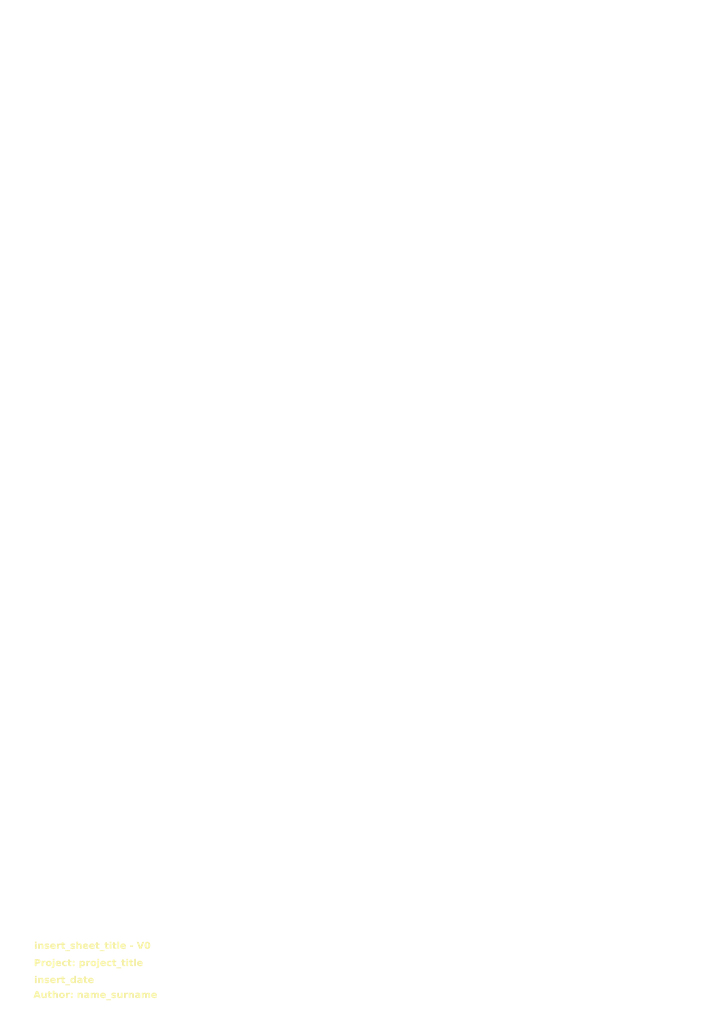
<source format=kicad_pcb>
(kicad_pcb
	(version 20240108)
	(generator "pcbnew")
	(generator_version "8.0")
	(general
		(thickness 0.19)
		(legacy_teardrops no)
	)
	(paper "A4")
	(title_block
		(title "insert_sheet_title")
		(date "insert_date")
		(rev "0")
		(company "University of Cape Town")
		(comment 1 "Project: project_title")
		(comment 2 "Author: name_surname")
	)
	(layers
		(0 "F.Cu" signal)
		(31 "B.Cu" signal)
		(32 "B.Adhes" user "B.Adhesive")
		(33 "F.Adhes" user "F.Adhesive")
		(34 "B.Paste" user)
		(35 "F.Paste" user)
		(36 "B.SilkS" user "B.Silkscreen")
		(37 "F.SilkS" user "F.Silkscreen")
		(38 "B.Mask" user)
		(39 "F.Mask" user)
		(40 "Dwgs.User" user "User.Drawings")
		(41 "Cmts.User" user "User.Comments")
		(44 "Edge.Cuts" user)
		(45 "Margin" user)
		(46 "B.CrtYd" user "B.Courtyard")
		(47 "F.CrtYd" user "F.Courtyard")
		(49 "F.Fab" user)
	)
	(setup
		(stackup
			(layer "F.SilkS"
				(type "Top Silk Screen")
			)
			(layer "F.Paste"
				(type "Top Solder Paste")
			)
			(layer "F.Mask"
				(type "Top Solder Mask")
				(thickness 0.01)
			)
			(layer "F.Cu"
				(type "copper")
				(thickness 0.035)
			)
			(layer "dielectric 1"
				(type "core")
				(thickness 0.1)
				(material "FR4")
				(epsilon_r 4.5)
				(loss_tangent 0.02)
			)
			(layer "B.Cu"
				(type "copper")
				(thickness 0.035)
			)
			(layer "B.Mask"
				(type "Bottom Solder Mask")
				(thickness 0.01)
			)
			(layer "B.Paste"
				(type "Bottom Solder Paste")
			)
			(layer "B.SilkS"
				(type "Bottom Silk Screen")
			)
			(copper_finish "None")
			(dielectric_constraints no)
		)
		(pad_to_mask_clearance 0)
		(allow_soldermask_bridges_in_footprints no)
		(grid_origin 211.7752 80.01)
		(pcbplotparams
			(layerselection 0x00010fc_ffffffff)
			(plot_on_all_layers_selection 0x0000000_00000000)
			(disableapertmacros no)
			(usegerberextensions no)
			(usegerberattributes yes)
			(usegerberadvancedattributes yes)
			(creategerberjobfile yes)
			(dashed_line_dash_ratio 12.000000)
			(dashed_line_gap_ratio 3.000000)
			(svgprecision 4)
			(plotframeref no)
			(viasonmask no)
			(mode 1)
			(useauxorigin no)
			(hpglpennumber 1)
			(hpglpenspeed 20)
			(hpglpendiameter 15.000000)
			(pdf_front_fp_property_popups yes)
			(pdf_back_fp_property_popups yes)
			(dxfpolygonmode yes)
			(dxfimperialunits yes)
			(dxfusepcbnewfont yes)
			(psnegative no)
			(psa4output no)
			(plotreference yes)
			(plotvalue yes)
			(plotfptext yes)
			(plotinvisibletext no)
			(sketchpadsonfab no)
			(subtractmaskfromsilk no)
			(outputformat 1)
			(mirror no)
			(drillshape 1)
			(scaleselection 1)
			(outputdirectory "")
		)
	)
	(net 0 "")
	(gr_text "${COMMENT2}"
		(at 254.2752 157.81 0)
		(layer "F.SilkS")
		(uuid "1a5a91a4-5b17-4ad1-b6e9-ea7e19dd9191")
		(effects
			(font
				(face "Verdana")
				(size 1 1)
				(thickness 0.2)
				(bold yes)
			)
			(justify left bottom)
		)
		(render_cache "Author: name_surname" 0
			(polygon
				(pts
					(xy 255.350845 157.64) (xy 255.07827 157.64) (xy 255.00744 157.43679) (xy 254.628375 157.43679)
					(xy 254.557544 157.64) (xy 254.291808 157.64) (xy 254.437038 157.249212) (xy 254.692122 157.249212)
					(xy 254.943692 157.249212) (xy 254.817907 156.883825) (xy 254.692122 157.249212) (xy 254.437038 157.249212)
					(xy 254.669407 156.62395) (xy 254.973246 156.62395)
				)
			)
			(polygon
				(pts
					(xy 256.246972 157.64) (xy 255.999798 157.64) (xy 255.999798 157.564285) (xy 255.958024 157.594625)
					(xy 255.914662 157.622268) (xy 255.874013 157.643908) (xy 255.824107 157.66162) (xy 255.771528 157.669955)
					(xy 255.73797 157.671264) (xy 255.684889 157.667734) (xy 255.631095 157.655056) (xy 255.584627 157.633158)
					(xy 255.545487 157.60204) (xy 255.54111 157.597502) (xy 255.510977 157.556103) (xy 255.489453 157.505911)
					(xy 255.477682 157.45478) (xy 255.472839 157.405596) (xy 255.472234 157.379149) (xy 255.472234 156.874055)
					(xy 255.720873 156.874055) (xy 255.720873 157.257516) (xy 255.721678 157.308002) (xy 255.724537 157.354969)
					(xy 255.735201 157.403854) (xy 255.742122 157.419205) (xy 255.776859 157.454011) (xy 255.781689 157.45633)
					(xy 255.830459 157.467126) (xy 255.855451 157.468054) (xy 255.9045 157.461997) (xy 255.925548 157.45633)
					(xy 255.972641 157.437382) (xy 255.999798 157.421892) (xy 255.999798 156.874055) (xy 256.246972 156.874055)
				)
			)
			(polygon
				(pts
					(xy 256.968221 157.648061) (xy 256.919223 157.659186) (xy 256.883713 157.664913) (xy 256.834071 157.669676)
					(xy 256.782519 157.671239) (xy 256.774537 157.671264) (xy 256.722999 157.669194) (xy 256.669428 157.661549)
					(xy 256.616847 157.645914) (xy 256.573486 157.62292) (xy 256.559603 157.612401) (xy 256.5256 157.572527)
					(xy 256.504717 157.525957) (xy 256.493657 157.476617) (xy 256.48933 157.419261) (xy 256.489261 157.410412)
					(xy 256.489261 157.046002) (xy 256.387656 157.046002) (xy 256.387656 156.874055) (xy 256.489261 156.874055)
					(xy 256.489261 156.655213) (xy 256.736679 156.655213) (xy 256.736679 156.874055) (xy 256.968221 156.874055)
					(xy 256.968221 157.046002) (xy 256.736679 157.046002) (xy 256.736679 157.321019) (xy 256.736994 157.370136)
					(xy 256.737412 157.392338) (xy 256.745987 157.440664) (xy 256.748403 157.446804) (xy 256.78084 157.484255)
					(xy 256.782352 157.485151) (xy 256.831491 157.498431) (xy 256.853427 157.499317) (xy 256.902043 157.489002)
					(xy 256.903985 157.488326) (xy 256.947705 157.468054) (xy 256.968221 157.468054)
				)
			)
			(polygon
				(pts
					(xy 257.886818 157.64) (xy 257.638179 157.64) (xy 257.638179 157.256539) (xy 257.636801 157.207042)
					(xy 257.633294 157.163483) (xy 257.624727 157.114806) (xy 257.61693 157.09485) (xy 257.581508 157.060044)
					(xy 257.57663 157.057726) (xy 257.52786 157.046929) (xy 257.502869 157.046002) (xy 257.453912 157.05168)
					(xy 257.434481 157.056993) (xy 257.388838 157.075883) (xy 257.359254 157.092164) (xy 257.359254 157.64)
					(xy 257.111836 157.64) (xy 257.111836 156.561424) (xy 257.359254 156.561424) (xy 257.359254 156.94977)
					(xy 257.399969 156.919769) (xy 257.443599 156.892223) (xy 257.486016 156.870391) (xy 257.533517 156.853573)
					(xy 257.584797 156.844517) (xy 257.621082 156.842792) (xy 257.67308 156.846298) (xy 257.726122 156.858892)
					(xy 257.772357 156.880645) (xy 257.811783 156.911557) (xy 257.816232 156.916065) (xy 257.847114 156.95722)
					(xy 257.869172 157.007412) (xy 257.881235 157.058743) (xy 257.886198 157.108248) (xy 257.886818 157.134906)
				)
			)
			(polygon
				(pts
					(xy 258.523529 156.844528) (xy 258.580821 156.851582) (xy 258.633629 156.864063) (xy 258.681953 156.88197)
					(xy 258.725793 156.905303) (xy 258.772481 156.940465) (xy 258.786609 156.953922) (xy 258.824127 156.998447)
					(xy 258.853883 157.048673) (xy 258.87275 157.094884) (xy 258.886226 157.145054) (xy 258.894312 157.199183)
					(xy 258.897007 157.257272) (xy 258.8943 157.315425) (xy 258.886178 157.369595) (xy 258.872642 157.419782)
					(xy 258.853692 157.465985) (xy 258.823805 157.516171) (xy 258.786121 157.560622) (xy 258.741378 157.598223)
					(xy 258.699266 157.623614) (xy 258.652764 157.643603) (xy 258.601874 157.65819) (xy 258.546595 157.667374)
					(xy 258.486927 157.671156) (xy 258.474467 157.671264) (xy 258.413992 157.668562) (xy 258.357893 157.660459)
					(xy 258.306172 157.646953) (xy 258.258827 157.628044) (xy 258.215859 157.603733) (xy 258.170075 157.567429)
					(xy 258.163057 157.560622) (xy 258.125373 157.516171) (xy 258.095486 157.465985) (xy 258.076536 157.419782)
					(xy 258.063 157.369595) (xy 258.054878 157.315425) (xy 258.052239 157.258737) (xy 258.308382 157.258737)
					(xy 258.310316 157.308306) (xy 258.317358 157.358488) (xy 258.320105 157.370601) (xy 258.336695 157.418033)
					(xy 258.354299 157.446804) (xy 258.392081 157.479594) (xy 258.406812 157.48686) (xy 258.45534 157.498331)
					(xy 258.476665 157.499317) (xy 258.525437 157.492859) (xy 258.540901 157.487837) (xy 258.58294 157.459978)
					(xy 258.59268 157.448758) (xy 258.618135 157.40634) (xy 258.628828 157.376218) (xy 258.637804 157.325599)
					(xy 258.640691 157.272511) (xy 258.640796 157.258737) (xy 258.639044 157.209874) (xy 258.632573 157.160853)
					(xy 258.62834 157.142478) (xy 258.61151 157.095474) (xy 258.594146 157.067251) (xy 258.55609 157.033729)
					(xy 258.541145 157.026707) (xy 258.492098 157.015487) (xy 258.474467 157.014739) (xy 258.425374 157.020234)
					(xy 258.410964 157.024509) (xy 258.369032 157.051849) (xy 258.357719 157.063832) (xy 258.332118 157.108466)
					(xy 258.321815 157.138814) (xy 258.312173 157.188885) (xy 258.308592 157.241049) (xy 258.308382 157.258737)
					(xy 258.052239 157.258737) (xy 258.052171 157.257272) (xy 258.054896 157.198779) (xy 258.063071 157.144353)
					(xy 258.076697 157.093993) (xy 258.095772 157.0477) (xy 258.125857 156.997517) (xy 258.16379 156.95319)
					(xy 258.208721 156.915672) (xy 258.25086 156.890336) (xy 258.297269 156.870391) (xy 258.347947 156.855837)
					(xy 258.402894 156.846673) (xy 258.462111 156.8429) (xy 258.474467 156.842792)
				)
			)
			(polygon
				(pts
					(xy 259.628026 157.12416) (xy 259.606044 157.12416) (xy 259.557176 157.112684) (xy 259.554997 157.112436)
					(xy 259.505981 157.108665) (xy 259.496867 157.108528) (xy 259.446981 157.110238) (xy 259.403322 157.115367)
					(xy 259.353023 157.12647) (xy 259.316128 157.137837) (xy 259.316128 157.64) (xy 259.06871 157.64)
					(xy 259.06871 156.874055) (xy 259.316128 156.874055) (xy 259.316128 156.987384) (xy 259.355695 156.955373)
					(xy 259.396997 156.926622) (xy 259.442859 156.901925) (xy 259.458277 156.895793) (xy 259.50588 156.881718)
					(xy 259.556798 156.874395) (xy 259.569652 156.874055) (xy 259.598961 156.874788) (xy 259.628026 156.876986)
				)
			)
			(polygon
				(pts
					(xy 260.059114 157.139791) (xy 259.802171 157.139791) (xy 259.802171 156.874055) (xy 260.059114 156.874055)
				)
			)
			(polygon
				(pts
					(xy 260.059114 157.64) (xy 259.802171 157.64) (xy 259.802171 157.374264) (xy 260.059114 157.374264)
				)
			)
			(polygon
				(pts
					(xy 261.57977 157.64) (xy 261.331131 157.64) (xy 261.331131 157.256539) (xy 261.329752 157.207042)
					(xy 261.326246 157.163483) (xy 261.317679 157.114806) (xy 261.309882 157.09485) (xy 261.27446 157.060044)
					(xy 261.269582 157.057726) (xy 261.220812 157.046929) (xy 261.195821 157.046002) (xy 261.146864 157.05168)
					(xy 261.127433 157.056993) (xy 261.08179 157.075883) (xy 261.052206 157.092164) (xy 261.052206 157.64)
					(xy 260.804788 157.64) (xy 260.804788 156.874055) (xy 261.052206 156.874055) (xy 261.052206 156.94977)
					(xy 261.092921 156.919769) (xy 261.13655 156.892223) (xy 261.178968 156.870391) (xy 261.226469 156.853573)
					(xy 261.277749 156.844517) (xy 261.314034 156.842792) (xy 261.366031 156.846298) (xy 261.419074 156.858892)
					(xy 261.465308 156.880645) (xy 261.504735 156.911557) (xy 261.509184 156.916065) (xy 261.540066 156.95722)
					(xy 261.562124 157.007412) (xy 261.574187 157.058743) (xy 261.57915 157.108248) (xy 261.57977 157.134906)
				)
			)
			(polygon
				(pts
					(xy 262.166262 156.843811) (xy 262.224705 156.84795) (xy 262.277436 156.855274) (xy 262.333172 156.868266)
					(xy 262.380682 156.885843) (xy 262.419966 156.908005) (xy 262.460999 156.945252) (xy 262.490308 156.99178)
					(xy 262.506336 157.040106) (xy 262.513389 157.095537) (xy 262.513755 157.11268) (xy 262.513755 157.64)
					(xy 262.268535 157.64) (xy 262.268535 157.558179) (xy 262.227957 157.588254) (xy 262.218954 157.594816)
					(xy 262.176776 157.621606) (xy 262.163511 157.628277) (xy 262.116876 157.649324) (xy 262.087795 157.659296)
					(xy 262.03872 157.669288) (xy 262.002066 157.671264) (xy 261.94934 157.666989) (xy 261.901072 157.654167)
					(xy 261.852098 157.629523) (xy 261.817907 157.602876) (xy 261.785423 157.566193) (xy 261.759972 157.519269)
					(xy 261.746268 157.466356) (xy 261.743657 157.427753) (xy 261.745461 157.403085) (xy 261.994983 157.403085)
					(xy 261.999135 157.442897) (xy 262.019652 157.472206) (xy 262.057509 157.492722) (xy 262.106912 157.499001)
					(xy 262.126142 157.499317) (xy 262.175289 157.49269) (xy 262.201368 157.483929) (xy 262.24558 157.460974)
					(xy 262.268535 157.443629) (xy 262.268535 157.280475) (xy 262.219716 157.285065) (xy 262.170763 157.290608)
					(xy 262.159847 157.291954) (xy 262.111293 157.29936) (xy 262.071187 157.309051) (xy 262.026905 157.331807)
					(xy 262.014523 157.343734) (xy 261.99567 157.389761) (xy 261.994983 157.403085) (xy 261.745461 157.403085)
					(xy 261.74733 157.377531) (xy 261.759856 157.329339) (xy 261.781271 157.288535) (xy 261.814095 157.25128)
					(xy 261.85578 157.220483) (xy 261.888493 157.203539) (xy 261.934737 157.185788) (xy 261.987373 157.171615)
					(xy 262.040212 157.161919) (xy 262.058975 157.159331) (xy 262.110251 157.153163) (xy 262.162473 157.147851)
					(xy 262.215641 157.143394) (xy 262.269756 157.139791) (xy 262.269756 157.135395) (xy 262.26113 157.086803)
					(xy 262.229739 157.048067) (xy 262.217488 157.040873) (xy 262.167036 157.023952) (xy 262.117091 157.016806)
					(xy 262.06386 157.014739) (xy 262.012719 157.01881) (xy 261.963151 157.029795) (xy 261.93319 157.039407)
					(xy 261.886696 157.056294) (xy 261.839761 157.074691) (xy 261.833783 157.077265) (xy 261.811068 157.077265)
					(xy 261.811068 156.882848) (xy 261.86242 156.871124) (xy 261.911964 156.861931) (xy 261.938319 156.857446)
					(xy 261.988072 156.850362) (xy 262.037864 156.845597) (xy 262.087695 156.84315) (xy 262.115395 156.842792)
				)
			)
			(polygon
				(pts
					(xy 263.490482 157.092164) (xy 263.490482 157.64) (xy 263.241843 157.64) (xy 263.241843 157.253853)
					(xy 263.241253 157.204662) (xy 263.239156 157.157865) (xy 263.230247 157.108558) (xy 263.224013 157.093385)
					(xy 263.18796 157.058197) (xy 263.1864 157.057481) (xy 263.137628 157.046719) (xy 263.116302 157.046002)
					(xy 263.067186 157.053044) (xy 263.045472 157.060901) (xy 262.999626 157.082976) (xy 262.983678 157.092164)
					(xy 262.983678 157.64) (xy 262.73626 157.64) (xy 262.73626 156.874055) (xy 262.983678 156.874055)
					(xy 262.983678 156.94977) (xy 263.022996 156.920471) (xy 263.065033 156.8932) (xy 263.1058 156.871124)
					(xy 263.155284 156.85278) (xy 263.204612 156.844148) (xy 263.235004 156.842792) (xy 263.285287 156.846832)
					(xy 263.335336 156.860457) (xy 263.369582 156.876986) (xy 263.40979 156.907165) (xy 263.442855 156.946412)
					(xy 263.460929 156.977614) (xy 263.502366 156.944313) (xy 263.543146 156.9153) (xy 263.587687 156.888095)
					(xy 263.605276 156.878696) (xy 263.653122 156.858254) (xy 263.704528 156.845632) (xy 263.742541 156.842792)
					(xy 263.794376 156.846403) (xy 263.846575 156.859375) (xy 263.891264 156.88178) (xy 263.928442 156.91362)
					(xy 263.932562 156.918263) (xy 263.960985 156.960013) (xy 263.981288 157.010037) (xy 263.992391 157.060595)
					(xy 263.997276 157.117488) (xy 263.99753 157.134906) (xy 263.99753 157.64) (xy 263.748891 157.64)
					(xy 263.748891 157.253853) (xy 263.748354 157.204243) (xy 263.746449 157.157621) (xy 263.737891 157.108538)
					(xy 263.731794 157.093385) (xy 263.696243 157.058197) (xy 263.694669 157.057481) (xy 263.644889 157.046719)
					(xy 263.623106 157.046002) (xy 263.573668 157.053096) (xy 263.562534 157.056749) (xy 263.515779 157.078001)
				)
			)
			(polygon
				(pts
					(xy 264.655908 156.845105) (xy 264.707904 156.852046) (xy 264.76427 156.866483) (xy 264.814058 156.887584)
					(xy 264.857269 156.915347) (xy 264.882422 156.937558) (xy 264.914628 156.975932) (xy 264.94017 157.020162)
					(xy 264.959049 157.070248) (xy 264.971265 157.12619) (xy 264.976355 157.177282) (xy 264.977188 157.209889)
					(xy 264.977188 157.296107) (xy 264.411033 157.296107) (xy 264.418772 157.34794) (xy 264.438111 157.396922)
					(xy 264.468756 157.436841) (xy 264.480154 157.447049) (xy 264.525711 157.474612) (xy 264.576746 157.49069)
					(xy 264.63009 157.498041) (xy 264.667244 157.499317) (xy 264.720568 157.495796) (xy 264.772738 157.485233)
					(xy 264.819163 157.469519) (xy 264.866041 157.448514) (xy 264.90882 157.424414) (xy 264.935179 157.405527)
					(xy 264.962778 157.405527) (xy 264.962778 157.606539) (xy 264.916408 157.624266) (xy 264.866653 157.640428)
					(xy 264.818758 157.65287) (xy 264.804753 157.655876) (xy 264.751859 157.664637) (xy 264.700568 157.669445)
					(xy 264.646224 157.671249) (xy 264.640622 157.671264) (xy 264.584251 157.669607) (xy 264.531277 157.664638)
					(xy 264.4817 157.656357) (xy 264.424504 157.641347) (xy 264.372616 157.621161) (xy 264.326034 157.5958)
					(xy 264.28476 157.565262) (xy 264.249156 157.529942) (xy 264.219587 157.490234) (xy 264.196052 157.446137)
					(xy 264.178552 157.397651) (xy 264.167087 157.344776) (xy 264.161656 157.287512) (xy 264.161173 157.263378)
					(xy 264.164029 157.204743) (xy 264.171755 157.155423) (xy 264.410301 157.155423) (xy 264.731236 157.155423)
					(xy 264.723924 157.104233) (xy 264.701263 157.059492) (xy 264.692645 157.050154) (xy 264.649619 157.024734)
					(xy 264.597917 157.015292) (xy 264.579317 157.014739) (xy 264.529365 157.019444) (xy 264.480031 157.036828)
					(xy 264.461836 157.0482) (xy 264.429372 157.085192) (xy 264.41304 157.133356) (xy 264.410301 157.155423)
					(xy 264.171755 157.155423) (xy 264.172598 157.150044) (xy 264.186879 157.09928) (xy 264.206873 157.052451)
					(xy 264.232579 157.009559) (xy 264.263998 156.970601) (xy 264.278165 156.956121) (xy 264.316919 156.923472)
					(xy 264.359906 156.896357) (xy 264.407126 156.874776) (xy 264.458581 156.858729) (xy 264.514269 156.848215)
					(xy 264.57419 156.843235) (xy 264.599345 156.842792)
				)
			)
			(polygon
				(pts
					(xy 266.040866 157.874473) (xy 265.01871 157.874473) (xy 265.01871 157.73379) (xy 266.040866 157.73379)
				)
			)
			(polygon
				(pts
					(xy 266.811452 157.400643) (xy 266.806321 157.451601) (xy 266.790929 157.498049) (xy 266.765275 157.539985)
					(xy 266.72936 157.577409) (xy 266.70423 157.59677) (xy 266.661248 157.622086) (xy 266.612719 157.642164)
					(xy 266.558643 157.657005) (xy 266.509342 157.665371) (xy 266.456189 157.6701) (xy 266.410894 157.671264)
					(xy 266.360565 157.670058) (xy 266.306827 157.665818) (xy 266.256142 157.658526) (xy 266.224048 157.651968)
					(xy 266.174909 157.639503) (xy 266.128293 157.624855) (xy 266.08947 157.609226) (xy 266.08947 157.405527)
					(xy 266.112185 157.405527) (xy 266.154927 157.43215) (xy 266.20051 157.454126) (xy 266.224048 157.463413)
					(xy 266.270631 157.478663) (xy 266.311243 157.488814) (xy 266.361801 157.496691) (xy 266.412305 157.499306)
					(xy 266.415779 157.499317) (xy 266.465043 157.497153) (xy 266.514167 157.487536) (xy 266.52349 157.483929)
					(xy 266.557802 157.44753) (xy 266.558661 157.4385) (xy 266.5379 157.396979) (xy 266.492143 157.379641)
					(xy 266.459742 157.372066) (xy 266.409974 157.362433) (xy 266.385004 157.358388) (xy 266.334952 157.349141)
					(xy 266.299763 157.340559) (xy 266.250533 157.324683) (xy 266.203287 157.302152) (xy 266.160898 157.271316)
					(xy 266.143692 157.253608) (xy 266.114768 157.209538) (xy 266.097851 157.158599) (xy 266.09289 157.10633)
					(xy 266.099484 157.052062) (xy 266.119268 157.002588) (xy 266.152241 156.957907) (xy 266.191911 156.922743)
					(xy 266.198403 156.918019) (xy 266.240683 156.892453) (xy 266.288391 156.872177) (xy 266.341525 156.857191)
					(xy 266.389949 156.848742) (xy 266.442142 156.843967) (xy 266.486609 156.842792) (xy 266.539956 156.844509)
					(xy 266.59192 156.849661) (xy 266.6425 156.858248) (xy 266.65245 156.860377) (xy 266.702925 156.872617)
					(xy 266.75201 156.8879) (xy 266.776525 156.897746) (xy 266.776525 157.092897) (xy 266.755276 157.092897)
					(xy 266.711862 157.068705) (xy 266.664052 157.048154) (xy 266.629735 157.036476) (xy 266.581173 157.0241)
					(xy 266.532207 157.016862) (xy 266.487342 157.014739) (xy 266.438582 157.017731) (xy 266.389052 157.029409)
					(xy 266.38647 157.03037) (xy 266.34823 157.061237) (xy 266.345681 157.074823) (xy 266.364243 157.117565)
					(xy 266.41017 157.136799) (xy 266.451438 157.146874) (xy 266.500955 157.156243) (xy 266.532771 157.161773)
					(xy 266.582033 157.171253) (xy 266.620454 157.180335) (xy 266.671253 157.197255) (xy 266.71827 157.221584)
					(xy 266.758528 157.255068) (xy 266.764557 157.261913) (xy 266.791256 157.30332) (xy 266.806873 157.351307)
				)
			)
			(polygon
				(pts
					(xy 267.740063 157.64) (xy 267.49289 157.64) (xy 267.49289 157.564285) (xy 267.451116 157.594625)
					(xy 267.407754 157.622268) (xy 267.367105 157.643908) (xy 267.317198 157.66162) (xy 267.264619 157.669955)
					(xy 267.231061 157.671264) (xy 267.17798 157.667734) (xy 267.124186 157.655056) (xy 267.077719 157.633158)
					(xy 267.038579 157.60204) (xy 267.034202 157.597502) (xy 267.004068 157.556103) (xy 266.982544 157.505911)
					(xy 266.970773 157.45478) (xy 266.96593 157.405596) (xy 266.965325 157.379149) (xy 266.965325 156.874055)
					(xy 267.213964 156.874055) (xy 267.213964 157.257516) (xy 267.214769 157.308002) (xy 267.217628 157.354969)
					(xy 267.228293 157.403854) (xy 267.235213 157.419205) (xy 267.269951 157.454011) (xy 267.274781 157.45633)
					(xy 267.323551 157.467126) (xy 267.348542 157.468054) (xy 267.397592 157.461997) (xy 267.41864 157.45633)
					(xy 267.465733 157.437382) (xy 267.49289 157.421892) (xy 267.49289 156.874055) (xy 267.740063 156.874055)
				)
			)
			(polygon
				(pts
					(xy 268.527258 157.12416) (xy 268.505276 157.12416) (xy 268.456409 157.112684) (xy 268.45423 157.112436)
					(xy 268.405213 157.108665) (xy 268.3961 157.108528) (xy 268.346213 157.110238) (xy 268.302555 157.115367)
					(xy 268.252256 157.12647) (xy 268.21536 157.137837) (xy 268.21536 157.64) (xy 267.967942 157.64)
					(xy 267.967942 156.874055) (xy 268.21536 156.874055) (xy 268.21536 156.987384) (xy 268.254927 156.955373)
					(xy 268.296229 156.926622) (xy 268.342092 156.901925) (xy 268.357509 156.895793) (xy 268.405112 156.881718)
					(xy 268.456031 156.874395) (xy 268.468884 156.874055) (xy 268.498193 156.874788) (xy 268.527258 156.876986)
				)
			)
			(polygon
				(pts
					(xy 269.438528 157.64) (xy 269.189889 157.64) (xy 269.189889 157.256539) (xy 269.18851 157.207042)
					(xy 269.185004 157.163483) (xy 269.176437 157.114806) (xy 269.16864 157.09485) (xy 269.133218 157.060044)
					(xy 269.12834 157.057726) (xy 269.07957 157.046929) (xy 269.054578 157.046002) (xy 269.005622 157.05168)
					(xy 268.98619 157.056993) (xy 268.940548 157.075883) (xy 268.910964 157.092164) (xy 268.910964 157.64)
					(xy 268.663546 157.64) (xy 268.663546 156.874055) (xy 268.910964 156.874055) (xy 268.910964 156.94977)
					(xy 268.951679 156.919769) (xy 268.995308 156.892223) (xy 269.037726 156.870391) (xy 269.085227 156.853573)
					(xy 269.136507 156.844517) (xy 269.172792 156.842792) (xy 269.224789 156.846298) (xy 269.277832 156.858892)
					(xy 269.324066 156.880645) (xy 269.363492 156.911557) (xy 269.367942 156.916065) (xy 269.398823 156.95722)
					(xy 269.420882 157.007412) (xy 269.432945 157.058743) (xy 269.437908 157.108248) (xy 269.438528 157.134906)
				)
			)
			(polygon
				(pts
					(xy 270.02502 156.843811) (xy 270.083463 156.84795) (xy 270.136194 156.855274) (xy 270.19193 156.868266)
					(xy 270.23944 156.885843) (xy 270.278724 156.908005) (xy 270.319756 156.945252) (xy 270.349066 156.99178)
					(xy 270.365094 157.040106) (xy 270.372146 157.095537) (xy 270.372513 157.11268) (xy 270.372513 157.64)
					(xy 270.127293 157.64) (xy 270.127293 157.558179) (xy 270.086715 157.588254) (xy 270.077712 157.594816)
					(xy 270.035534 157.621606) (xy 270.022269 157.628277) (xy 269.975633 157.649324) (xy 269.946553 157.659296)
					(xy 269.897478 157.669288) (xy 269.860824 157.671264) (xy 269.808098 157.666989) (xy 269.75983 157.654167)
					(xy 269.710856 157.629523) (xy 269.676665 157.602876) (xy 269.644181 157.566193) (xy 269.61873 157.519269)
					(xy 269.605025 157.466356) (xy 269.602415 157.427753) (xy 269.604219 157.403085) (xy 269.853741 157.403085)
					(xy 269.857893 157.442897) (xy 269.87841 157.472206) (xy 269.916267 157.492722) (xy 269.96567 157.499001)
					(xy 269.984899 157.499317) (xy 270.034047 157.49269) (xy 270.060126 157.483929) (xy 270.104338 157.460974)
					(xy 270.127293 157.443629) (xy 270.127293 157.280475) (xy 270.078474 157.285065) (xy 270.029521 157.290608)
					(xy 270.018605 157.291954) (xy 269.970051 157.29936) (xy 269.929945 157.309051) (xy 269.885662 157.331807)
					(xy 269.87328 157.343734) (xy 269.854428 157.389761) (xy 269.853741 157.403085) (xy 269.604219 157.403085)
					(xy 269.606088 157.377531) (xy 269.618614 157.329339) (xy 269.640029 157.288535) (xy 269.672852 157.25128)
					(xy 269.714538 157.220483) (xy 269.747251 157.203539) (xy 269.793495 157.185788) (xy 269.846131 157.171615)
					(xy 269.898969 157.161919) (xy 269.917733 157.159331) (xy 269.969008 157.153163) (xy 270.021231 157.147851)
					(xy 270.074399 157.143394) (xy 270.128514 157.139791) (xy 270.128514 157.135395) (xy 270.119888 157.086803)
					(xy 270.088497 157.048067) (xy 270.076246 157.040873) (xy 270.025794 157.023952) (xy 269.975848 157.016806)
					(xy 269.922618 157.014739) (xy 269.871477 157.01881) (xy 269.821909 157.029795) (xy 269.791948 157.039407)
					(xy 269.745454 157.056294) (xy 269.698519 157.074691) (xy 269.692541 157.077265) (xy 269.669826 157.077265)
					(xy 269.669826 156.882848) (xy 269.721178 156.871124) (xy 269.770722 156.861931) (xy 269.797077 156.857446)
					(xy 269.84683 156.850362) (xy 269.896622 156.845597) (xy 269.946452 156.84315) (xy 269.974153 156.842792)
				)
			)
			(polygon
				(pts
					(xy 271.34924 157.092164) (xy 271.34924 157.64) (xy 271.100601 157.64) (xy 271.100601 157.253853)
					(xy 271.10001 157.204662) (xy 271.097914 157.157865) (xy 271.089005 157.108558) (xy 271.082771 157.093385)
					(xy 271.046718 157.058197) (xy 271.045158 157.057481) (xy 270.996385 157.046719) (xy 270.97506 157.046002)
					(xy 270.925944 157.053044) (xy 270.90423 157.060901) (xy 270.858384 157.082976) (xy 270.842436 157.092164)
					(xy 270.842436 157.64) (xy 270.595018 157.64) (xy 270.595018 156.874055) (xy 270.842436 156.874055)
					(xy 270.842436 156.94977) (xy 270.881753 156.920471) (xy 270.92379 156.8932) (xy 270.964557 156.871124)
					(xy 271.014042 156.85278) (xy 271.06337 156.844148) (xy 271.093762 156.842792) (xy 271.144045 156.846832)
					(xy 271.194094 156.860457) (xy 271.22834 156.876986) (xy 271.268548 156.907165) (xy 271.301613 156.946412)
					(xy 271.319687 156.977614) (xy 271.361124 156.944313) (xy 271.401904 156.9153) (xy 271.446445 156.888095)
					(xy 271.464034 156.878696) (xy 271.51188 156.858254) (xy 271.563285 156.845632) (xy 271.601299 156.842792)
					(xy 271.653134 156.846403) (xy 271.705333 156.859375) (xy 271.750022 156.88178) (xy 271.7872 156.91362)
					(xy 271.79132 156.918263) (xy 271.819743 156.960013) (xy 271.840046 157.010037) (xy 271.851149 157.060595)
					(xy 271.856034 157.117488) (xy 271.856288 157.134906) (xy 271.856288 157.64) (xy 271.607649 157.64)
					(xy 271.607649 157.253853) (xy 271.607112 157.204243) (xy 271.605206 157.157621) (xy 271.596648 157.108538)
					(xy 271.590552 157.093385) (xy 271.555001 157.058197) (xy 271.553427 157.057481) (xy 271.503647 157.046719)
					(xy 271.481864 157.046002) (xy 271.432426 157.053096) (xy 271.421292 157.056749) (xy 271.374537 157.078001)
				)
			)
			(polygon
				(pts
					(xy 272.514666 156.845105) (xy 272.566662 156.852046) (xy 272.623027 156.866483) (xy 272.672816 156.887584)
					(xy 272.716027 156.915347) (xy 272.74118 156.937558) (xy 272.773386 156.975932) (xy 272.798928 157.020162)
					(xy 272.817807 157.070248) (xy 272.830023 157.12619) (xy 272.835113 157.177282) (xy 272.835946 157.209889)
					(xy 272.835946 157.296107) (xy 272.269791 157.296107) (xy 272.27753 157.34794) (xy 272.296869 157.396922)
					(xy 272.327514 157.436841) (xy 272.338912 157.447049) (xy 272.384469 157.474612) (xy 272.435504 157.49069)
					(xy 272.488848 157.498041) (xy 272.526002 157.499317) (xy 272.579326 157.495796) (xy 272.631496 157.485233)
					(xy 272.677921 157.469519) (xy 272.724799 157.448514) (xy 272.767578 157.424414) (xy 272.793936 157.405527)
					(xy 272.821536 157.405527) (xy 272.821536 157.606539) (xy 272.775166 157.624266) (xy 272.725411 157.640428)
					(xy 272.677516 157.65287) (xy 272.663511 157.655876) (xy 272.610617 157.664637) (xy 272.559326 157.669445)
					(xy 272.504982 157.671249) (xy 272.49938 157.671264) (xy 272.443009 157.669607) (xy 272.390035 157.664638)
					(xy 272.340458 157.656357) (xy 272.283262 157.641347) (xy 272.231374 157.621161) (xy 272.184792 157.5958)
					(xy 272.143518 157.565262) (xy 272.107914 157.529942) (xy 272.078345 157.490234) (xy 272.05481 157.446137)
					(xy 272.03731 157.397651) (xy 272.025845 157.344776) (xy 272.020414 157.287512) (xy 272.019931 157.263378)
					(xy 272.022787 157.204743) (xy 272.030513 157.155423) (xy 272.269059 157.155423) (xy 272.589994 157.155423)
					(xy 272.582682 157.104233) (xy 272.56002 157.059492) (xy 272.551403 157.050154) (xy 272.508377 157.024734)
					(xy 272.456675 157.015292) (xy 272.438075 157.014739) (xy 272.388123 157.019444) (xy 272.338789 157.036828)
					(xy 272.320594 157.0482) (xy 272.28813 157.085192) (xy 272.271798 157.133356) (xy 272.269059 157.155423)
					(xy 272.030513 157.155423) (xy 272.031356 157.150044) (xy 272.045637 157.09928) (xy 272.065631 157.052451)
					(xy 272.091337 157.009559) (xy 272.122756 156.970601) (xy 272.136923 156.956121) (xy 272.175676 156.923472)
					(xy 272.218663 156.896357) (xy 272.265884 156.874776) (xy 272.317338 156.858729) (xy 272.373027 156.848215)
					(xy 272.432948 156.843235) (xy 272.458103 156.842792)
				)
			)
		)
	)
	(gr_text "${COMMENT1}"
		(at 254.35 152.5 0)
		(layer "F.SilkS")
		(uuid "39b6af60-df01-4f4b-889d-5a9e53be7fd9")
		(effects
			(font
				(face "Verdana")
				(size 1 1)
				(thickness 0.15)
				(bold yes)
			)
			(justify left)
		)
		(render_cache "Project: project_title" 0
			(polygon
				(pts
					(xy 254.967091 151.900283) (xy 255.019651 151.904892) (xy 255.07058 151.913762) (xy 255.079064 151.915803)
					(xy 255.127241 151.930664) (xy 255.174472 151.952189) (xy 255.197766 151.966117) (xy 255.236786 151.996507)
					(xy 255.271453 152.035783) (xy 255.292044 152.069432) (xy 255.310678 152.115756) (xy 255.321577 152.168083)
					(xy 255.324773 152.220862) (xy 255.321372 152.27189) (xy 255.311171 152.322025) (xy 255.300593 152.354952)
					(xy 255.279721 152.400976) (xy 255.250522 152.444324) (xy 255.23196 152.464861) (xy 255.192414 152.49968)
					(xy 255.150101 152.528727) (xy 255.105021 152.552001) (xy 255.095673 152.555964) (xy 255.045055 152.572192)
					(xy 254.993339 152.581659) (xy 254.942472 152.585987) (xy 254.908339 152.586738) (xy 254.744207 152.586738)
					(xy 254.744207 152.915) (xy 254.480425 152.915) (xy 254.480425 152.086529) (xy 254.744207 152.086529)
					(xy 254.744207 152.39916) (xy 254.819678 152.39916) (xy 254.8705 152.397789) (xy 254.919322 152.392802)
					(xy 254.930565 152.390855) (xy 254.977488 152.374849) (xy 255.003838 152.35715) (xy 255.033971 152.318636)
					(xy 255.040474 152.303661) (xy 255.050832 152.254209) (xy 255.051953 152.227457) (xy 255.042794 152.177063)
					(xy 255.028506 152.151497) (xy 254.992908 152.116623) (xy 254.974284 152.106801) (xy 254.926043 152.092127)
					(xy 254.893928 152.088238) (xy 254.845031 152.086904) (xy 254.793687 152.08653) (xy 254.789637 152.086529)
					(xy 254.744207 152.086529) (xy 254.480425 152.086529) (xy 254.480425 151.89895) (xy 254.914689 151.89895)
				)
			)
			(polygon
				(pts
					(xy 256.051884 152.39916) (xy 256.029902 152.39916) (xy 255.981034 152.387684) (xy 255.978855 152.387436)
					(xy 255.929839 152.383665) (xy 255.920725 152.383528) (xy 255.870839 152.385238) (xy 255.82718 152.390367)
					(xy 255.776881 152.40147) (xy 255.739986 152.412837) (xy 255.739986 152.915) (xy 255.492568 152.915)
					(xy 255.492568 152.149055) (xy 255.739986 152.149055) (xy 255.739986 152.262384) (xy 255.779553 152.230373)
					(xy 255.820855 152.201622) (xy 255.866717 152.176925) (xy 255.882135 152.170793) (xy 255.929737 152.156718)
					(xy 255.980656 152.149395) (xy 255.99351 152.149055) (xy 256.022819 152.149788) (xy 256.051884 152.151986)
				)
			)
			(polygon
				(pts
					(xy 256.603353 152.119528) (xy 256.660646 152.126582) (xy 256.713454 152.139063) (xy 256.761777 152.15697)
					(xy 256.805617 152.180303) (xy 256.852306 152.215465) (xy 256.866434 152.228922) (xy 256.903952 152.273447)
					(xy 256.933707 152.323673) (xy 256.952574 152.369884) (xy 256.96605 152.420054) (xy 256.974136 152.474183)
					(xy 256.976831 152.532272) (xy 256.974124 152.590425) (xy 256.966003 152.644595) (xy 256.952467 152.694782)
					(xy 256.933516 152.740985) (xy 256.903629 152.791171) (xy 256.865945 152.835622) (xy 256.821203 152.873223)
					(xy 256.77909 152.898614) (xy 256.732588 152.918603) (xy 256.681698 152.93319) (xy 256.626419 152.942374)
					(xy 256.566751 152.946156) (xy 256.554291 152.946264) (xy 256.493816 152.943562) (xy 256.437718 152.935459)
					(xy 256.385996 152.921953) (xy 256.338651 152.903044) (xy 256.295684 152.878733) (xy 256.249899 152.842429)
					(xy 256.242882 152.835622) (xy 256.205198 152.791171) (xy 256.17531 152.740985) (xy 256.15636 152.694782)
					(xy 256.142824 152.644595) (xy 256.134702 152.590425) (xy 256.132063 152.533737) (xy 256.388206 152.533737)
					(xy 256.390141 152.583306) (xy 256.397182 152.633488) (xy 256.39993 152.645601) (xy 256.416519 152.693033)
					(xy 256.434124 152.721804) (xy 256.471905 152.754594) (xy 256.486636 152.76186) (xy 256.535164 152.773331)
					(xy 256.556489 152.774317) (xy 256.605262 152.767859) (xy 256.620725 152.762837) (xy 256.662764 152.734978)
					(xy 256.672505 152.723758) (xy 256.697959 152.68134) (xy 256.708653 152.651218) (xy 256.717629 152.600599)
					(xy 256.720515 152.547511) (xy 256.720621 152.533737) (xy 256.718869 152.484874) (xy 256.712397 152.435853)
					(xy 256.708164 152.417478) (xy 256.691334 152.370474) (xy 256.67397 152.342251) (xy 256.635914 152.308729)
					(xy 256.620969 152.301707) (xy 256.571922 152.290487) (xy 256.554291 152.289739) (xy 256.505198 152.295234)
					(xy 256.490788 152.299509) (xy 256.448857 152.326849) (xy 256.437543 152.338832) (xy 256.411943 152.383466)
					(xy 256.401639 152.413814) (xy 256.391997 152.463885) (xy 256.388416 152.516049) (xy 256.388206 152.533737)
					(xy 256.132063 152.533737) (xy 256.131995 152.532272) (xy 256.13472 152.473779) (xy 256.142896 152.419353)
					(xy 256.156521 152.368993) (xy 256.175596 152.3227) (xy 256.205681 152.272517) (xy 256.243614 152.22819)
					(xy 256.288545 152.190672) (xy 256.330684 152.165336) (xy 256.377093 152.145391) (xy 256.427771 152.130837)
					(xy 256.482719 152.121673) (xy 256.541935 152.1179) (xy 256.554291 152.117792)
				)
			)
			(polygon
				(pts
					(xy 257.482414 152.923305) (xy 257.478569 152.976907) (xy 257.467033 153.025085) (xy 257.444433 153.073506)
					(xy 257.411789 153.114845) (xy 257.402058 153.124072) (xy 257.358995 153.155702) (xy 257.310162 153.178294)
					(xy 257.262699 153.19065) (xy 257.210819 153.196086) (xy 257.195184 153.196368) (xy 257.142546 153.195361)
					(xy 257.093778 153.192337) (xy 257.072575 153.190262) (xy 257.022335 153.183706) (xy 256.991974 153.177806)
					(xy 256.991974 152.993158) (xy 257.01127 152.993158) (xy 257.060647 153.003872) (xy 257.062561 153.004149)
					(xy 257.111653 153.00879) (xy 257.162143 153.002018) (xy 257.203809 152.97509) (xy 257.209106 152.967757)
					(xy 257.226971 152.921922) (xy 257.23399 152.871676) (xy 257.23524 152.833179) (xy 257.23524 152.321002)
					(xy 257.088695 152.321002) (xy 257.088695 152.149055) (xy 257.482414 152.149055)
				)
			)
			(polygon
				(pts
					(xy 257.482414 152.024003) (xy 257.219364 152.024003) (xy 257.219364 151.836424) (xy 257.482414 151.836424)
				)
			)
			(polygon
				(pts
					(xy 258.150806 152.120105) (xy 258.202802 152.127046) (xy 258.259167 152.141483) (xy 258.308956 152.162584)
					(xy 258.352167 152.190347) (xy 258.37732 152.212558) (xy 258.409526 152.250932) (xy 258.435068 152.295162)
					(xy 258.453947 152.345248) (xy 258.466163 152.40119) (xy 258.471253 152.452282) (xy 258.472086 152.484889)
					(xy 258.472086 152.571107) (xy 257.905931 152.571107) (xy 257.91367 152.62294) (xy 257.933009 152.671922)
					(xy 257.963654 152.711841) (xy 257.975052 152.722049) (xy 258.020609 152.749612) (xy 258.071644 152.76569)
					(xy 258.124988 152.773041) (xy 258.162142 152.774317) (xy 258.215466 152.770796) (xy 258.267636 152.760233)
					(xy 258.314061 152.744519) (xy 258.360939 152.723514) (xy 258.403717 152.699414) (xy 258.430076 152.680527)
					(xy 258.457676 152.680527) (xy 258.457676 152.881539) (xy 258.411306 152.899266) (xy 258.361551 152.915428)
					(xy 258.313656 152.92787) (xy 258.299651 152.930876) (xy 258.246757 152.939637) (xy 258.195466 152.944445)
					(xy 258.141122 152.946249) (xy 258.135519 152.946264) (xy 258.079149 152.944607) (xy 258.026175 152.939638)
					(xy 257.976597 152.931357) (xy 257.919402 152.916347) (xy 257.867513 152.896161) (xy 257.820932 152.8708)
					(xy 257.779658 152.840262) (xy 257.744054 152.804942) (xy 257.714485 152.765234) (xy 257.69095 152.721137)
					(xy 257.67345 152.672651) (xy 257.661985 152.619776) (xy 257.656553 152.562512) (xy 257.656071 152.538378)
					(xy 257.658927 152.479743) (xy 257.666653 152.430423) (xy 257.905198 152.430423) (xy 258.226133 152.430423)
					(xy 258.218822 152.379233) (xy 258.19616 152.334492) (xy 258.187543 152.325154) (xy 258.144517 152.299734)
					(xy 258.092815 152.290292) (xy 258.074214 152.289739) (xy 258.024263 152.294444) (xy 257.974929 152.311828)
					(xy 257.956734 152.3232) (xy 257.924269 152.360192) (xy 257.907938 152.408356) (xy 257.905198 152.430423)
					(xy 257.666653 152.430423) (xy 257.667496 152.425044) (xy 257.681777 152.37428) (xy 257.701771 152.327451)
					(xy 257.727477 152.284559) (xy 257.758896 152.245601) (xy 257.773063 152.231121) (xy 257.811816 152.198472)
					(xy 257.854803 152.171357) (xy 257.902024 152.149776) (xy 257.953478 152.133729) (xy 258.009166 152.123215)
					(xy 258.069088 152.118235) (xy 258.094242 152.117792)
				)
			)
			(polygon
				(pts
					(xy 259.04337 152.946264) (xy 258.993911 152.944722) (xy 258.940897 152.939301) (xy 258.890665 152.929979)
					(xy 258.858722 152.921595) (xy 258.808767 152.90373) (xy 258.76301 152.880665) (xy 258.72145 152.852401)
					(xy 258.713642 152.846124) (xy 258.678151 152.81162) (xy 258.648002 152.771916) (xy 258.623196 152.727013)
					(xy 258.618876 152.717408) (xy 258.601102 152.666265) (xy 258.590733 152.61579) (xy 258.585697 152.561104)
					(xy 258.58517 152.535447) (xy 258.587414 152.482477) (xy 258.594146 152.433231) (xy 258.607084 152.382283)
					(xy 258.621074 152.345915) (xy 258.646457 152.298669) (xy 258.677422 152.256766) (xy 258.713968 152.220206)
					(xy 258.721946 152.213535) (xy 258.762886 152.185147) (xy 258.807546 152.161958) (xy 258.855927 152.143969)
					(xy 258.86605 152.140995) (xy 258.917784 152.128759) (xy 258.970712 152.121055) (xy 259.024831 152.117882)
					(xy 259.035799 152.117792) (xy 259.088593 152.119783) (xy 259.138501 152.125757) (xy 259.181367 152.134645)
					(xy 259.230105 152.148544) (xy 259.276301 152.165328) (xy 259.305687 152.17812) (xy 259.305687 152.383528)
					(xy 259.27076 152.383528) (xy 259.236078 152.360081) (xy 259.191712 152.336335) (xy 259.186252 152.333947)
					(xy 259.138703 152.317167) (xy 259.124214 152.31343) (xy 259.075458 152.306323) (xy 259.046057 152.30537)
					(xy 258.994028 152.310278) (xy 258.944693 152.327241) (xy 258.904278 152.356321) (xy 258.893893 152.367408)
					(xy 258.865815 152.41037) (xy 258.849436 152.456459) (xy 258.84148 152.50958) (xy 258.840648 152.535447)
					(xy 258.844053 152.586982) (xy 258.85602 152.637077) (xy 258.879424 152.682949) (xy 258.895115 152.702021)
					(xy 258.933769 152.731902) (xy 258.981344 152.750717) (xy 259.031788 152.758187) (xy 259.050209 152.758685)
					(xy 259.099754 152.755903) (xy 259.134228 152.749892) (xy 259.18161 152.735612) (xy 259.19651 152.729132)
					(xy 259.237543 152.705196) (xy 259.27076 152.680527) (xy 259.305687 152.680527) (xy 259.305687 152.887645)
					(xy 259.257411 152.907661) (xy 259.207443 152.924048) (xy 259.18381 152.930388) (xy 259.134293 152.940062)
					(xy 259.085584 152.945008)
				)
			)
			(polygon
				(pts
					(xy 259.958304 152.923061) (xy 259.909305 152.934186) (xy 259.873796 152.939913) (xy 259.824153 152.944676)
					(xy 259.772602 152.946239) (xy 259.764619 152.946264) (xy 259.713082 152.944194) (xy 259.65951 152.936549)
					(xy 259.606929 152.920914) (xy 259.563569 152.89792) (xy 259.549685 152.887401) (xy 259.515682 152.847527)
					(xy 259.4948 152.800957) (xy 259.48374 152.751617) (xy 259.479412 152.694261) (xy 259.479344 152.685412)
					(xy 259.479344 152.321002) (xy 259.377739 152.321002) (xy 259.377739 152.149055) (xy 259.479344 152.149055)
					(xy 259.479344 151.930213) (xy 259.726762 151.930213) (xy 259.726762 152.149055) (xy 259.958304 152.149055)
					(xy 259.958304 152.321002) (xy 259.726762 152.321002) (xy 259.726762 152.596019) (xy 259.727077 152.645136)
					(xy 259.727494 152.667338) (xy 259.736069 152.715664) (xy 259.738485 152.721804) (xy 259.770923 152.759255)
					(xy 259.772435 152.760151) (xy 259.821574 152.773431) (xy 259.84351 152.774317) (xy 259.892126 152.764002)
					(xy 259.894068 152.763326) (xy 259.937787 152.743054) (xy 259.958304 152.743054)
				)
			)
			(polygon
				(pts
					(xy 260.39672 152.414791) (xy 260.139776 152.414791) (xy 260.139776 152.149055) (xy 260.39672 152.149055)
				)
			)
			(polygon
				(pts
					(xy 260.39672 152.915) (xy 260.139776 152.915) (xy 260.139776 152.649264) (xy 260.39672 152.649264)
				)
			)
			(polygon
				(pts
					(xy 261.694954 152.121604) (xy 261.749732 152.135689) (xy 261.798338 152.160153) (xy 261.840773 152.194995)
					(xy 261.867306 152.226236) (xy 261.894531 152.269753) (xy 261.916124 152.318972) (xy 261.932084 152.373892)
					(xy 261.941081 152.424014) (xy 261.946166 152.478096) (xy 261.947418 152.524212) (xy 261.945099 152.577913)
					(xy 261.938144 152.628832) (xy 261.926552 152.676969) (xy 261.918108 152.702509) (xy 261.898154 152.749965)
					(xy 261.872072 152.795775) (xy 261.84166 152.834889) (xy 261.806183 152.869495) (xy 261.763925 152.900007)
					(xy 261.729797 152.917931) (xy 261.681632 152.935196) (xy 261.630925 152.944493) (xy 261.595708 152.946264)
					(xy 261.54555 152.943926) (xy 261.49569 152.935418) (xy 261.483845 152.932097) (xy 261.437377 152.915245)
					(xy 261.392816 152.894122) (xy 261.389811 152.89253) (xy 261.389811 153.196368) (xy 261.142393 153.196368)
					(xy 261.142393 152.743298) (xy 261.389811 152.743298) (xy 261.437331 152.755389) (xy 261.442568 152.755998)
					(xy 261.491401 152.758643) (xy 261.498255 152.758685) (xy 261.549524 152.754068) (xy 261.597199 152.738106)
					(xy 261.638346 152.70738) (xy 261.644556 152.700311) (xy 261.66993 152.657902) (xy 261.684731 152.609864)
					(xy 261.691498 152.559314) (xy 261.692672 152.523968) (xy 261.69026 152.470509) (xy 261.681781 152.419783)
					(xy 261.663126 152.371324) (xy 261.654082 152.357394) (xy 261.615549 152.323711) (xy 261.566885 152.30786)
					(xy 261.532693 152.30537) (xy 261.48341 152.310565) (xy 261.460397 152.316361) (xy 261.413359 152.334569)
					(xy 261.389811 152.34738) (xy 261.389811 152.743298) (xy 261.142393 152.743298) (xy 261.142393 152.149055)
					(xy 261.389811 152.149055) (xy 261.389811 152.229411) (xy 261.429224 152.19965) (xy 261.472879 152.170541)
					(xy 261.506071 152.151009) (xy 261.553274 152.130767) (xy 261.605493 152.119868) (xy 261.643091 152.117792)
				)
			)
			(polygon
				(pts
					(xy 262.680635 152.39916) (xy 262.658653 152.39916) (xy 262.609785 152.387684) (xy 262.607606 152.387436)
					(xy 262.558589 152.383665) (xy 262.549476 152.383528) (xy 262.49959 152.385238) (xy 262.455931 152.390367)
					(xy 262.405632 152.40147) (xy 262.368736 152.412837) (xy 262.368736 152.915) (xy 262.121318 152.915)
					(xy 262.121318 152.149055) (xy 262.368736 152.149055) (xy 262.368736 152.262384) (xy 262.408304 152.230373)
					(xy 262.449606 152.201622) (xy 262.495468 152.176925) (xy 262.510886 152.170793) (xy 262.558488 152.156718)
					(xy 262.609407 152.149395) (xy 262.62226 152.149055) (xy 262.65157 152.149788) (xy 262.680635 152.151986)
				)
			)
			(polygon
				(pts
					(xy 263.232104 152.119528) (xy 263.289396 152.126582) (xy 263.342204 152.139063) (xy 263.390528 152.15697)
					(xy 263.434368 152.180303) (xy 263.481057 152.215465) (xy 263.495184 152.228922) (xy 263.532702 152.273447)
					(xy 263.562458 152.323673) (xy 263.581325 152.369884) (xy 263.594801 152.420054) (xy 263.602887 152.474183)
					(xy 263.605582 152.532272) (xy 263.602875 152.590425) (xy 263.594753 152.644595) (xy 263.581218 152.694782)
					(xy 263.562267 152.740985) (xy 263.53238 152.791171) (xy 263.494696 152.835622) (xy 263.449954 152.873223)
					(xy 263.407841 152.898614) (xy 263.361339 152.918603) (xy 263.310449 152.93319) (xy 263.25517 152.942374)
					(xy 263.195502 152.946156) (xy 263.183042 152.946264) (xy 263.122567 152.943562) (xy 263.066469 152.935459)
					(xy 263.014747 152.921953) (xy 262.967402 152.903044) (xy 262.924434 152.878733) (xy 262.87865 152.842429)
					(xy 262.871632 152.835622) (xy 262.833948 152.791171) (xy 262.804061 152.740985) (xy 262.785111 152.694782)
					(xy 262.771575 152.644595) (xy 262.763453 152.590425) (xy 262.760814 152.533737) (xy 263.016957 152.533737)
					(xy 263.018892 152.583306) (xy 263.025933 152.633488) (xy 263.028681 152.645601) (xy 263.04527 152.693033)
					(xy 263.062875 152.721804) (xy 263.100656 152.754594) (xy 263.115387 152.76186) (xy 263.163915 152.773331)
					(xy 263.18524 152.774317) (xy 263.234012 152.767859) (xy 263.249476 152.762837) (xy 263.291515 152.734978)
					(xy 263.301256 152.723758) (xy 263.32671 152.68134) (xy 263.337404 152.651218) (xy 263.346379 152.600599)
					(xy 263.349266 152.547511) (xy 263.349371 152.533737) (xy 263.34762 152.484874) (xy 263.341148 152.435853)
					(xy 263.336915 152.417478) (xy 263.320085 152.370474) (xy 263.302721 152.342251) (xy 263.264665 152.308729)
					(xy 263.24972 152.301707) (xy 263.200673 152.290487) (xy 263.183042 152.289739) (xy 263.133949 152.295234)
					(xy 263.119539 152.299509) (xy 263.077607 152.326849) (xy 263.066294 152.338832) (xy 263.040694 152.383466)
					(xy 263.03039 152.413814) (xy 263.020748 152.463885) (xy 263.017167 152.516049) (xy 263.016957 152.533737)
					(xy 262.760814 152.533737) (xy 262.760746 152.532272) (xy 262.763471 152.473779) (xy 262.771646 152.419353)
					(xy 262.785272 152.368993) (xy 262.804347 152.3227) (xy 262.834432 152.272517) (xy 262.872365 152.22819)
					(xy 262.917296 152.190672) (xy 262.959435 152.165336) (xy 263.005844 152.145391) (xy 263.056522 152.130837)
					(xy 263.111469 152.121673) (xy 263.170686 152.1179) (xy 263.183042 152.117792)
				)
			)
			(polygon
				(pts
					(xy 264.111165 152.923305) (xy 264.10732 152.976907) (xy 264.095784 153.025085) (xy 264.073184 153.073506)
					(xy 264.04054 153.114845) (xy 264.030809 153.124072) (xy 263.987746 153.155702) (xy 263.938913 153.178294)
					(xy 263.89145 153.19065) (xy 263.83957 153.196086) (xy 263.823935 153.196368) (xy 263.771297 153.195361)
					(xy 263.722529 153.192337) (xy 263.701325 153.190262) (xy 263.651086 153.183706) (xy 263.620725 153.177806)
					(xy 263.620725 152.993158) (xy 263.64002 152.993158) (xy 263.689398 153.003872) (xy 263.691311 153.004149)
					(xy 263.740404 153.00879) (xy 263.790894 153.002018) (xy 263.83256 152.97509) (xy 263.837857 152.967757)
					(xy 263.855722 152.921922) (xy 263.862741 152.871676) (xy 263.863991 152.833179) (xy 263.863991 152.321002)
					(xy 263.717445 152.321002) (xy 263.717445 152.149055) (xy 264.111165 152.149055)
				)
			)
			(polygon
				(pts
					(xy 264.111165 152.024003) (xy 263.848115 152.024003) (xy 263.848115 151.836424) (xy 264.111165 151.836424)
				)
			)
			(polygon
				(pts
					(xy 264.779557 152.120105) (xy 264.831552 152.127046) (xy 264.887918 152.141483) (xy 264.937707 152.162584)
					(xy 264.980917 152.190347) (xy 265.006071 152.212558) (xy 265.038276 152.250932) (xy 265.063819 152.295162)
					(xy 265.082698 152.345248) (xy 265.094914 152.40119) (xy 265.100004 152.452282) (xy 265.100837 152.484889)
					(xy 265.100837 152.571107) (xy 264.534682 152.571107) (xy 264.542421 152.62294) (xy 264.56176 152.671922)
					(xy 264.592405 152.711841) (xy 264.603803 152.722049) (xy 264.64936 152.749612) (xy 264.700395 152.76569)
					(xy 264.753739 152.773041) (xy 264.790893 152.774317) (xy 264.844217 152.770796) (xy 264.896387 152.760233)
					(xy 264.942812 152.744519) (xy 264.989689 152.723514) (xy 265.032468 152.699414) (xy 265.058827 152.680527)
					(xy 265.086427 152.680527) (xy 265.086427 152.881539) (xy 265.040056 152.899266) (xy 264.990302 152.915428)
					(xy 264.942407 152.92787) (xy 264.928401 152.930876) (xy 264.875508 152.939637) (xy 264.824217 152.944445)
					(xy 264.769873 152.946249) (xy 264.76427 152.946264) (xy 264.7079 152.944607) (xy 264.654926 152.939638)
					(xy 264.605348 152.931357) (xy 264.548153 152.916347) (xy 264.496264 152.896161) (xy 264.449683 152.8708)
					(xy 264.408408 152.840262) (xy 264.372805 152.804942) (xy 264.343236 152.765234) (xy 264.319701 152.721137)
					(xy 264.302201 152.672651) (xy 264.290735 152.619776) (xy 264.285304 152.562512) (xy 264.284822 152.538378)
					(xy 264.287678 152.479743) (xy 264.295404 152.430423) (xy 264.533949 152.430423) (xy 264.854884 152.430423)
					(xy 264.847573 152.379233) (xy 264.824911 152.334492) (xy 264.816294 152.325154) (xy 264.773268 152.299734)
					(xy 264.721566 152.290292) (xy 264.702965 152.289739) (xy 264.653014 152.294444) (xy 264.60368 152.311828)
					(xy 264.585484 152.3232) (xy 264.55302 152.360192) (xy 264.536689 152.408356) (xy 264.533949 152.430423)
					(xy 264.295404 152.430423) (xy 264.296247 152.425044) (xy 264.310528 152.37428) (xy 264.330522 152.327451)
					(xy 264.356228 152.284559) (xy 264.387647 152.245601) (xy 264.401814 152.231121) (xy 264.440567 152.198472)
					(xy 264.483554 152.171357) (xy 264.530775 152.149776) (xy 264.582229 152.133729) (xy 264.637917 152.123215)
					(xy 264.697839 152.118235) (xy 264.722993 152.117792)
				)
			)
			(polygon
				(pts
					(xy 265.672121 152.946264) (xy 265.622662 152.944722) (xy 265.569648 152.939301) (xy 265.519416 152.929979)
					(xy 265.487473 152.921595) (xy 265.437518 152.90373) (xy 265.391761 152.880665) (xy 265.350201 152.852401)
					(xy 265.342393 152.846124) (xy 265.306902 152.81162) (xy 265.276753 152.771916) (xy 265.251947 152.727013)
					(xy 265.247627 152.717408) (xy 265.229852 152.666265) (xy 265.219484 152.61579) (xy 265.214448 152.561104)
					(xy 265.213921 152.535447) (xy 265.216165 152.482477) (xy 265.222897 152.433231) (xy 265.235835 152.382283)
					(xy 265.249825 152.345915) (xy 265.275208 152.298669) (xy 265.306173 152.256766) (xy 265.342718 152.220206)
					(xy 265.350697 152.213535) (xy 265.391637 152.185147) (xy 265.436297 152.161958) (xy 265.484678 152.143969)
					(xy 265.494801 152.140995) (xy 265.546535 152.128759) (xy 265.599462 152.121055) (xy 265.653582 152.117882)
					(xy 265.664549 152.117792) (xy 265.717344 152.119783) (xy 265.767252 152.125757) (xy 265.810118 152.134645)
					(xy 265.858856 152.148544) (xy 265.905052 152.165328) (xy 265.934438 152.17812) (xy 265.934438 152.383528)
					(xy 265.899511 152.383528) (xy 265.864829 152.360081) (xy 265.820463 152.336335) (xy 265.815003 152.333947)
					(xy 265.767454 152.317167) (xy 265.752965 152.31343) (xy 265.704209 152.306323) (xy 265.674808 152.30537)
					(xy 265.622779 152.310278) (xy 265.573444 152.327241) (xy 265.533029 152.356321) (xy 265.522644 152.367408)
					(xy 265.494566 152.41037) (xy 265.478187 152.456459) (xy 265.470231 152.50958) (xy 265.469399 152.535447)
					(xy 265.472803 152.586982) (xy 265.484771 152.637077) (xy 265.508175 152.682949) (xy 265.523866 152.702021)
					(xy 265.56252 152.731902) (xy 265.610095 152.750717) (xy 265.660539 152.758187) (xy 265.67896 152.758685)
					(xy 265.728505 152.755903) (xy 265.762979 152.749892) (xy 265.810361 152.735612) (xy 265.825261 152.729132)
					(xy 265.866294 152.705196) (xy 265.899511 152.680527) (xy 265.934438 152.680527) (xy 265.934438 152.887645)
					(xy 265.886162 152.907661) (xy 265.836194 152.924048) (xy 265.812561 152.930388) (xy 265.763044 152.940062)
					(xy 265.714335 152.945008)
				)
			)
			(polygon
				(pts
					(xy 266.587055 152.923061) (xy 266.538056 152.934186) (xy 266.502547 152.939913) (xy 266.452904 152.944676)
					(xy 266.401353 152.946239) (xy 266.39337 152.946264) (xy 266.341833 152.944194) (xy 266.288261 152.936549)
					(xy 266.23568 152.920914) (xy 266.19232 152.89792) (xy 266.178436 152.887401) (xy 266.144433 152.847527)
					(xy 266.12355 152.800957) (xy 266.112491 152.751617) (xy 266.108163 152.694261) (xy 266.108094 152.685412)
					(xy 266.108094 152.321002) (xy 266.006489 152.321002) (xy 266.006489 152.149055) (xy 266.108094 152.149055)
					(xy 266.108094 151.930213) (xy 266.355512 151.930213) (xy 266.355512 152.149055) (xy 266.587055 152.149055)
					(xy 266.587055 152.321002) (xy 266.355512 152.321002) (xy 266.355512 152.596019) (xy 266.355828 152.645136)
					(xy 266.356245 152.667338) (xy 266.36482 152.715664) (xy 266.367236 152.721804) (xy 266.399674 152.759255)
					(xy 266.401186 152.760151) (xy 266.450324 152.773431) (xy 266.47226 152.774317) (xy 266.520877 152.764002)
					(xy 266.522819 152.763326) (xy 266.566538 152.743054) (xy 266.587055 152.743054)
				)
			)
			(polygon
				(pts
					(xy 267.625087 153.149474) (xy 266.60293 153.149474) (xy 266.60293 153.00879) (xy 267.625087 153.00879)
				)
			)
			(polygon
				(pts
					(xy 268.218597 152.923061) (xy 268.169598 152.934186) (xy 268.134089 152.939913) (xy 268.084446 152.944676)
					(xy 268.032895 152.946239) (xy 268.024912 152.946264) (xy 267.973375 152.944194) (xy 267.919803 152.936549)
					(xy 267.867223 152.920914) (xy 267.823862 152.89792) (xy 267.809979 152.887401) (xy 267.775975 152.847527)
					(xy 267.755093 152.800957) (xy 267.744033 152.751617) (xy 267.739705 152.694261) (xy 267.739637 152.685412)
					(xy 267.739637 152.321002) (xy 267.638032 152.321002) (xy 267.638032 152.149055) (xy 267.739637 152.149055)
					(xy 267.739637 151.930213) (xy 267.987055 151.930213) (xy 267.987055 152.149055) (xy 268.218597 152.149055)
					(xy 268.218597 152.321002) (xy 267.987055 152.321002) (xy 267.987055 152.596019) (xy 267.98737 152.645136)
					(xy 267.987787 152.667338) (xy 267.996363 152.715664) (xy 267.998778 152.721804) (xy 268.031216 152.759255)
					(xy 268.032728 152.760151) (xy 268.081867 152.773431) (xy 268.103803 152.774317) (xy 268.152419 152.764002)
					(xy 268.154361 152.763326) (xy 268.19808 152.743054) (xy 268.218597 152.743054)
				)
			)
			(polygon
				(pts
					(xy 268.60963 152.915) (xy 268.362212 152.915) (xy 268.362212 152.149055) (xy 268.60963 152.149055)
				)
			)
			(polygon
				(pts
					(xy 268.616468 152.024003) (xy 268.355373 152.024003) (xy 268.355373 151.836424) (xy 268.616468 151.836424)
				)
			)
			(polygon
				(pts
					(xy 269.333321 152.923061) (xy 269.284323 152.934186) (xy 269.248813 152.939913) (xy 269.199171 152.944676)
					(xy 269.147619 152.946239) (xy 269.139637 152.946264) (xy 269.088099 152.944194) (xy 269.034528 152.936549)
					(xy 268.981947 152.920914) (xy 268.938586 152.89792) (xy 268.924703 152.887401) (xy 268.8907 152.847527)
					(xy 268.869817 152.800957) (xy 268.858757 152.751617) (xy 268.85443 152.694261) (xy 268.854361 152.685412)
					(xy 268.854361 152.321002) (xy 268.752756 152.321002) (xy 268.752756 152.149055) (xy 268.854361 152.149055)
					(xy 268.854361 151.930213) (xy 269.101779 151.930213) (xy 269.101779 152.149055) (xy 269.333321 152.149055)
					(xy 269.333321 152.321002) (xy 269.101779 152.321002) (xy 269.101779 152.596019) (xy 269.102095 152.645136)
					(xy 269.102512 152.667338) (xy 269.111087 152.715664) (xy 269.113503 152.721804) (xy 269.14594 152.759255)
					(xy 269.147452 152.760151) (xy 269.196591 152.773431) (xy 269.218527 152.774317) (xy 269.267143 152.764002)
					(xy 269.269085 152.763326) (xy 269.312805 152.743054) (xy 269.333321 152.743054)
				)
			)
			(polygon
				(pts
					(xy 269.724354 152.915) (xy 269.476936 152.915) (xy 269.476936 151.836424) (xy 269.724354 151.836424)
				)
			)
			(polygon
				(pts
					(xy 270.393234 152.120105) (xy 270.44523 152.127046) (xy 270.501596 152.141483) (xy 270.551384 152.162584)
					(xy 270.594595 152.190347) (xy 270.619748 152.212558) (xy 270.651954 152.250932) (xy 270.677496 152.295162)
					(xy 270.696376 152.345248) (xy 270.708592 152.40119) (xy 270.713682 152.452282) (xy 270.714515 152.484889)
					(xy 270.714515 152.571107) (xy 270.14836 152.571107) (xy 270.156098 152.62294) (xy 270.175437 152.671922)
					(xy 270.206082 152.711841) (xy 270.21748 152.722049) (xy 270.263037 152.749612) (xy 270.314072 152.76569)
					(xy 270.367416 152.773041) (xy 270.40457 152.774317) (xy 270.457894 152.770796) (xy 270.510064 152.760233)
					(xy 270.556489 152.744519) (xy 270.603367 152.723514) (xy 270.646146 152.699414) (xy 270.672505 152.680527)
					(xy 270.700104 152.680527) (xy 270.700104 152.881539) (xy 270.653734 152.899266) (xy 270.603979 152.915428)
					(xy 270.556085 152.92787) (xy 270.542079 152.930876) (xy 270.489185 152.939637) (xy 270.437894 152.944445)
					(xy 270.38355 152.946249) (xy 270.377948 152.946264) (xy 270.321577 152.944607) (xy 270.268603 152.939638)
					(xy 270.219026 152.931357) (xy 270.16183 152.916347) (xy 270.109942 152.896161) (xy 270.06336 152.8708)
					(xy 270.022086 152.840262) (xy 269.986482 152.804942) (xy 269.956913 152.765234) (xy 269.933379 152.721137)
					(xy 269.915879 152.672651) (xy 269.904413 152.619776) (xy 269.898982 152.562512) (xy 269.898499 152.538378)
					(xy 269.901355 152.479743) (xy 269.909081 152.430423) (xy 270.147627 152.430423) (xy 270.468562 152.430423)
					(xy 270.46125 152.379233) (xy 270.438589 152.334492) (xy 270.429972 152.325154) (xy 270.386945 152.299734)
					(xy 270.335244 152.290292) (xy 270.316643 152.289739) (xy 270.266691 152.294444) (xy 270.217357 152.311828)
					(xy 270.199162 152.3232) (xy 270.166698 152.360192) (xy 270.150366 152.408356) (xy 270.147627 152.430423)
					(xy 269.909081 152.430423) (xy 269.909924 152.425044) (xy 269.924205 152.37428) (xy 269.944199 152.327451)
					(xy 269.969906 152.284559) (xy 270.001324 152.245601) (xy 270.015491 152.231121) (xy 270.054245 152.198472)
					(xy 270.097232 152.171357) (xy 270.144452 152.149776) (xy 270.195907 152.133729) (xy 270.251595 152.123215)
					(xy 270.311517 152.118235) (xy 270.336671 152.117792)
				)
			)
		)
	)
	(gr_text "${ISSUE_DATE}"
		(at 254.388556 155.6 0)
		(layer "F.SilkS")
		(uuid "61534774-f25c-4568-82b7-da30a31c0737")
		(effects
			(font
				(face "Verdana")
				(size 1 1)
				(thickness 0.2)
				(bold yes)
			)
			(justify left bottom)
		)
		(render_cache "insert_date" 0
			(polygon
				(pts
					(xy 254.752722 155.43) (xy 254.505304 155.43) (xy 254.505304 154.664055) (xy 254.752722 154.664055)
				)
			)
			(polygon
				(pts
					(xy 254.75956 154.539003) (xy 254.498465 154.539003) (xy 254.498465 154.351424) (xy 254.75956 154.351424)
				)
			)
			(polygon
				(pts
					(xy 255.758025 155.43) (xy 255.509386 155.43) (xy 255.509386 155.046539) (xy 255.508007 154.997042)
					(xy 255.504501 154.953483) (xy 255.495933 154.904806) (xy 255.488137 154.88485) (xy 255.452715 154.850044)
					(xy 255.447837 154.847726) (xy 255.399067 154.836929) (xy 255.374075 154.836002) (xy 255.325119 154.84168)
					(xy 255.305687 154.846993) (xy 255.260045 154.865883) (xy 255.230461 154.882164) (xy 255.230461 155.43)
					(xy 254.983043 155.43) (xy 254.983043 154.664055) (xy 255.230461 154.664055) (xy 255.230461 154.73977)
					(xy 255.271176 154.709769) (xy 255.314805 154.682223) (xy 255.357223 154.660391) (xy 255.404724 154.643573)
					(xy 255.456004 154.634517) (xy 255.492289 154.632792) (xy 255.544286 154.636298) (xy 255.597329 154.648892)
					(xy 255.643563 154.670645) (xy 255.682989 154.701557) (xy 255.687439 154.706065) (xy 255.71832 154.74722)
					(xy 255.740379 154.797412) (xy 255.752442 154.848743) (xy 255.757405 154.898248) (xy 255.758025 154.924906)
				)
			)
			(polygon
				(pts
					(xy 256.65 155.190643) (xy 256.644869 155.241601) (xy 256.629477 155.288049) (xy 256.603823 155.329985)
					(xy 256.567908 155.367409) (xy 256.542777 155.38677) (xy 256.499795 155.412086) (xy 256.451266 155.432164)
					(xy 256.397191 155.447005) (xy 256.34789 155.455371) (xy 256.294737 155.4601) (xy 256.249442 155.461264)
					(xy 256.199112 155.460058) (xy 256.145375 155.455818) (xy 256.09469 155.448526) (xy 256.062596 155.441968)
					(xy 256.013456 155.429503) (xy 255.966841 155.414855) (xy 255.928018 155.399226) (xy 255.928018 155.195527)
					(xy 255.950733 155.195527) (xy 255.993475 155.22215) (xy 256.039058 155.244126) (xy 256.062596 155.253413)
					(xy 256.109179 155.268663) (xy 256.149791 155.278814) (xy 256.200349 155.286691) (xy 256.250853 155.289306)
					(xy 256.254327 155.289317) (xy 256.303591 155.287153) (xy 256.352714 155.277536) (xy 256.362038 155.273929)
					(xy 256.39635 155.23753) (xy 256.397209 155.2285) (xy 256.376448 155.186979) (xy 256.330691 155.169641)
					(xy 256.29829 155.162066) (xy 256.248522 155.152433) (xy 256.223552 155.148388) (xy 256.1735 155.139141)
					(xy 256.138311 155.130559) (xy 256.089081 155.114683) (xy 256.041835 155.092152) (xy 255.999446 155.061316)
					(xy 255.98224 155.043608) (xy 255.953316 154.999538) (xy 255.936399 154.948599) (xy 255.931438 154.89633)
					(xy 255.938032 154.842062) (xy 255.957816 154.792588) (xy 255.990789 154.747907) (xy 256.030459 154.712743)
					(xy 256.03695 154.708019) (xy 256.079231 154.682453) (xy 256.126939 154.662177) (xy 256.180073 154.647191)
					(xy 256.228497 154.638742) (xy 256.28069 154.633967) (xy 256.325157 154.632792) (xy 256.378504 154.634509)
					(xy 256.430468 154.639661) (xy 256.481048 154.648248) (xy 256.490998 154.650377) (xy 256.541473 154.662617)
					(xy 256.590557 154.6779) (xy 256.615073 154.687746) (xy 256.615073 154.882897) (xy 256.593824 154.882897)
					(xy 256.55041 154.858705) (xy 256.502599 154.838154) (xy 256.468283 154.826476) (xy 256.419721 154.8141)
					(xy 256.370755 154.806862) (xy 256.32589 154.804739) (xy 256.27713 154.807731) (xy 256.2276 154.819409)
					(xy 256.225017 154.82037) (xy 256.186778 154.851237) (xy 256.184229 154.864823) (xy 256.202791 154.907565)
					(xy 256.248718 154.926799) (xy 256.289986 154.936874) (xy 256.339502 154.946243) (xy 256.371319 154.951773)
					(xy 256.420581 154.961253) (xy 256.459002 154.970335) (xy 256.509801 154.987255) (xy 256.556818 155.011584)
					(xy 256.597076 155.045068) (xy 256.603105 155.051913) (xy 256.629804 155.09332) (xy 256.64542 155.141307)
				)
			)
			(polygon
				(pts
					(xy 257.248538 154.635105) (xy 257.300534 154.642046) (xy 257.3569 154.656483) (xy 257.406688 154.677584)
					(xy 257.449899 154.705347) (xy 257.475052 154.727558) (xy 257.507258 154.765932) (xy 257.532801 154.810162)
					(xy 257.55168 154.860248) (xy 257.563896 154.91619) (xy 257.568986 154.967282) (xy 257.569819 154.999889)
					(xy 257.569819 155.086107) (xy 257.003664 155.086107) (xy 257.011402 155.13794) (xy 257.030741 155.186922)
					(xy 257.061386 155.226841) (xy 257.072784 155.237049) (xy 257.118341 155.264612) (xy 257.169376 155.28069)
					(xy 257.22272 155.288041) (xy 257.259874 155.289317) (xy 257.313199 155.285796) (xy 257.365368 155.275233)
					(xy 257.411793 155.259519) (xy 257.458671 155.238514) (xy 257.50145 155.214414) (xy 257.527809 155.195527)
					(xy 257.555408 155.195527) (xy 257.555408 155.396539) (xy 257.509038 155.414266) (xy 257.459283 155.430428)
					(xy 257.411389 155.44287) (xy 257.397383 155.445876) (xy 257.344489 155.454637) (xy 257.293198 155.459445)
					(xy 257.238854 155.461249) (xy 257.233252 155.461264) (xy 257.176881 155.459607) (xy 257.123907 155.454638)
					(xy 257.07433 155.446357) (xy 257.017134 155.431347) (xy 256.965246 155.411161) (xy 256.918665 155.3858)
					(xy 256.87739 155.355262) (xy 256.841786 155.319942) (xy 256.812217 155.280234) (xy 256.788683 155.236137)
					(xy 256.771183 155.187651) (xy 256.759717 155.134776) (xy 256.754286 155.077512) (xy 256.753803 155.053378)
					(xy 256.756659 154.994743) (xy 256.764385 154.945423) (xy 257.002931 154.945423) (xy 257.323866 154.945423)
					(xy 257.316554 154.894233) (xy 257.293893 154.849492) (xy 257.285276 154.840154) (xy 257.242249 154.814734)
					(xy 257.190548 154.805292) (xy 257.171947 154.804739) (xy 257.121996 154.809444) (xy 257.072661 154.826828)
					(xy 257.054466 154.8382) (xy 257.022002 154.875192) (xy 257.00567 154.923356) (xy 257.002931 154.945423)
					(xy 256.764385 154.945423) (xy 256.765228 154.940044) (xy 256.77951 154.88928) (xy 256.799503 154.842451)
					(xy 256.82521 154.799559) (xy 256.856629 154.760601) (xy 256.870796 154.746121) (xy 256.909549 154.713472)
					(xy 256.952536 154.686357) (xy 256.999756 154.664776) (xy 257.051211 154.648729) (xy 257.106899 154.638215)
					(xy 257.166821 154.633235) (xy 257.191975 154.632792)
				)
			)
			(polygon
				(pts
					(xy 258.298395 154.91416) (xy 258.276413 154.91416) (xy 258.227546 154.902684) (xy 258.225366 154.902436)
					(xy 258.17635 154.898665) (xy 258.167237 154.898528) (xy 258.11735 154.900238) (xy 258.073692 154.905367)
					(xy 258.023393 154.91647) (xy 257.986497 154.927837) (xy 257.986497 155.43) (xy 257.739079 155.43)
					(xy 257.739079 154.664055) (xy 257.986497 154.664055) (xy 257.986497 154.777384) (xy 258.026064 154.745373)
					(xy 258.067366 154.716622) (xy 258.113228 154.691925) (xy 258.128646 154.685793) (xy 258.176249 154.671718)
					(xy 258.227168 154.664395) (xy 258.240021 154.664055) (xy 258.26933 154.664788) (xy 258.298395 154.666986)
				)
			)
			(polygon
				(pts
					(xy 258.928053 155.438061) (xy 258.879055 155.449186) (xy 258.843545 155.454913) (xy 258.793903 155.459676)
					(xy 258.742351 155.461239) (xy 258.734368 155.461264) (xy 258.682831 155.459194) (xy 258.62926 155.451549)
					(xy 258.576679 155.435914) (xy 258.533318 155.41292) (xy 258.519435 155.402401) (xy 258.485432 155.362527)
					(xy 258.464549 155.315957) (xy 258.453489 155.266617) (xy 258.449162 155.209261) (xy 258.449093 155.200412)
					(xy 258.449093 154.836002) (xy 258.347488 154.836002) (xy 258.347488 154.664055) (xy 258.449093 154.664055)
					(xy 258.449093 154.445213) (xy 258.696511 154.445213) (xy 258.696511 154.664055) (xy 258.928053 154.664055)
					(xy 258.928053 154.836002) (xy 258.696511 154.836002) (xy 258.696511 155.111019) (xy 258.696826 155.160136)
					(xy 258.697244 155.182338) (xy 258.705819 155.230664) (xy 258.708234 155.236804) (xy 258.740672 155.274255)
					(xy 258.742184 155.275151) (xy 258.791323 155.288431) (xy 258.813259 155.289317) (xy 258.861875 155.279002)
					(xy 258.863817 155.278326) (xy 258.907537 155.258054) (xy 258.928053 155.258054)
				)
			)
			(polygon
				(pts
					(xy 259.966085 155.664474) (xy 258.943929 155.664474) (xy 258.943929 155.52379) (xy 259.966085 155.52379)
				)
			)
			(polygon
				(pts
					(xy 260.816295 155.43) (xy 260.569121 155.43) (xy 260.569121 155.349645) (xy 260.529937 155.380094)
					(xy 260.488708 155.408464) (xy 260.449442 155.431466) (xy 260.401532 155.450759) (xy 260.352228 155.459838)
					(xy 260.321214 155.461264) (xy 260.27035 155.457382) (xy 260.216022 155.443044) (xy 260.167093 155.418139)
					(xy 260.123564 155.38267) (xy 260.095778 155.350866) (xy 260.067059 155.306679) (xy 260.044281 155.257099)
					(xy 260.027445 155.202128) (xy 260.017955 155.152199) (xy 260.012591 155.098525) (xy 260.011305 155.054111)
					(xy 260.26626 155.054111) (xy 260.268702 155.107814) (xy 260.277289 155.158814) (xy 260.296179 155.20761)
					(xy 260.305338 155.221661) (xy 260.345068 155.255345) (xy 260.395552 155.271196) (xy 260.431124 155.273685)
					(xy 260.481594 155.266998) (xy 260.502442 155.26074) (xy 260.548239 155.240279) (xy 260.569121 155.22679)
					(xy 260.569121 154.841375) (xy 260.521329 154.826576) (xy 260.514166 154.825255) (xy 260.464421 154.820389)
					(xy 260.46141 154.82037) (xy 260.410319 154.825278) (xy 260.362615 154.842241) (xy 260.321161 154.874896)
					(xy 260.314864 154.882408) (xy 260.289233 154.925728) (xy 260.274281 154.97275) (xy 260.267019 155.027385)
					(xy 260.26626 155.054111) (xy 260.011305 155.054111) (xy 260.01127 155.05289) (xy 260.013511 154.998495)
					(xy 260.020235 154.947694) (xy 260.032962 154.895464) (xy 260.039602 154.875813) (xy 260.059514 154.829593)
					(xy 260.086155 154.783765) (xy 260.11776 154.74319) (xy 260.155564 154.707252) (xy 260.199001 154.677839)
					(xy 260.231089 154.661857) (xy 260.281097 154.644145) (xy 260.331106 154.634608) (xy 260.364445 154.632792)
					(xy 260.416652 154.635251) (xy 260.466573 154.644199) (xy 260.478018 154.647691) (xy 260.525869 154.665536)
					(xy 260.569121 154.68506) (xy 260.569121 154.351424) (xy 260.816295 154.351424)
				)
			)
			(polygon
				(pts
					(xy 261.410114 154.633811) (xy 261.468557 154.63795) (xy 261.521287 154.645274) (xy 261.577023 154.658266)
					(xy 261.624533 154.675843) (xy 261.663817 154.698005) (xy 261.70485 154.735252) (xy 261.734159 154.78178)
					(xy 261.750188 154.830106) (xy 261.75724 154.885537) (xy 261.757606 154.90268) (xy 261.757606 155.43)
					(xy 261.512387 155.43) (xy 261.512387 155.348179) (xy 261.471808 155.378254) (xy 261.462805 155.384816)
					(xy 261.420628 155.411606) (xy 261.407362 155.418277) (xy 261.360727 155.439324) (xy 261.331647 155.449296)
					(xy 261.282572 155.459288) (xy 261.245918 155.461264) (xy 261.193192 155.456989) (xy 261.144923 155.444167)
					(xy 261.095949 155.419523) (xy 261.061759 155.392876) (xy 261.029274 155.356193) (xy 261.003823 155.309269)
					(xy 260.990119 155.256356) (xy 260.987509 155.217753) (xy 260.989313 155.193085) (xy 261.238835 155.193085)
					(xy 261.242987 155.232897) (xy 261.263503 155.262206) (xy 261.301361 155.282722) (xy 261.350764 155.289001)
					(xy 261.369993 155.289317) (xy 261.41914 155.28269) (xy 261.44522 155.273929) (xy 261.489432 155.250974)
					(xy 261.512387 155.233629) (xy 261.512387 155.070475) (xy 261.463568 155.075065) (xy 261.414614 155.080608)
					(xy 261.403699 155.081954) (xy 261.355145 155.08936) (xy 261.315038 155.099051) (xy 261.270756 155.121807)
					(xy 261.258374 155.133734) (xy 261.239522 155.179761) (xy 261.238835 155.193085) (xy 260.989313 155.193085)
					(xy 260.991182 155.167531) (xy 261.003707 155.119339) (xy 261.025122 155.078535) (xy 261.057946 155.04128)
					(xy 261.099631 155.010483) (xy 261.132345 154.993539) (xy 261.178589 154.975788) (xy 261.231225 154.961615)
					(xy 261.284063 154.951919) (xy 261.302826 154.949331) (xy 261.354102 154.943163) (xy 261.406324 154.937851)
					(xy 261.459493 154.933394) (xy 261.513608 154.929791) (xy 261.513608 154.925395) (xy 261.504982 154.876803)
					(xy 261.47359 154.838067) (xy 261.46134 154.830873) (xy 261.410888 154.813952) (xy 261.360942 154.806806)
					(xy 261.307711 154.804739) (xy 261.256571 154.80881) (xy 261.207003 154.819795) (xy 261.177041 154.829407)
					(xy 261.130547 154.846294) (xy 261.083613 154.864691) (xy 261.077634 154.867265) (xy 261.05492 154.867265)
					(xy 261.05492 154.672848) (xy 261.106272 154.661124) (xy 261.155815 154.651931) (xy 261.18217 154.647446)
					(xy 261.231924 154.640362) (xy 261.281715 154.635597) (xy 261.331546 154.63315) (xy 261.359246 154.632792)
				)
			)
			(polygon
				(pts
					(xy 262.473482 155.438061) (xy 262.424484 155.449186) (xy 262.388974 155.454913) (xy 262.339332 155.459676)
					(xy 262.28778 155.461239) (xy 262.279798 155.461264) (xy 262.228261 155.459194) (xy 262.174689 155.451549)
					(xy 262.122108 155.435914) (xy 262.078747 155.41292) (xy 262.064864 155.402401) (xy 262.030861 155.362527)
					(xy 262.009978 155.315957) (xy 261.998918 155.266617) (xy 261.994591 155.209261) (xy 261.994522 155.200412)
					(xy 261.994522 154.836002) (xy 261.892917 154.836002) (xy 261.892917 154.664055) (xy 261.994522 154.664055)
					(xy 261.994522 154.445213) (xy 262.24194 154.445213) (xy 262.24194 154.664055) (xy 262.473482 154.664055)
					(xy 262.473482 154.836002) (xy 262.24194 154.836002) (xy 262.24194 155.111019) (xy 262.242256 155.160136)
					(xy 262.242673 155.182338) (xy 262.251248 155.230664) (xy 262.253664 155.236804) (xy 262.286101 155.274255)
					(xy 262.287613 155.275151) (xy 262.336752 155.288431) (xy 262.358688 155.289317) (xy 262.407304 155.279002)
					(xy 262.409246 155.278326) (xy 262.452966 155.258054) (xy 262.473482 155.258054)
				)
			)
			(polygon
				(pts
					(xy 263.055656 154.635105) (xy 263.107652 154.642046) (xy 263.164018 154.656483) (xy 263.213806 154.677584)
					(xy 263.257017 154.705347) (xy 263.28217 154.727558) (xy 263.314376 154.765932) (xy 263.339918 154.810162)
					(xy 263.358798 154.860248) (xy 263.371014 154.91619) (xy 263.376104 154.967282) (xy 263.376937 154.999889)
					(xy 263.376937 155.086107) (xy 262.810782 155.086107) (xy 262.81852 155.13794) (xy 262.837859 155.186922)
					(xy 262.868504 155.226841) (xy 262.879902 155.237049) (xy 262.925459 155.264612) (xy 262.976494 155.28069)
					(xy 263.029838 155.288041) (xy 263.066992 155.289317) (xy 263.120316 155.285796) (xy 263.172486 155.275233)
					(xy 263.218911 155.259519) (xy 263.265789 155.238514) (xy 263.308568 155.214414) (xy 263.334927 155.195527)
					(xy 263.362526 155.195527) (xy 263.362526 155.396539) (xy 263.316156 155.414266) (xy 263.266401 155.430428)
					(xy 263.218507 155.44287) (xy 263.204501 155.445876) (xy 263.151607 155.454637) (xy 263.100316 155.459445)
					(xy 263.045972 155.461249) (xy 263.04037 155.461264) (xy 262.983999 155.459607) (xy 262.931025 155.454638)
					(xy 262.881448 155.446357) (xy 262.824252 155.431347) (xy 262.772364 155.411161) (xy 262.725782 155.3858)
					(xy 262.684508 155.355262) (xy 262.648904 155.319942) (xy 262.619335 155.280234) (xy 262.595801 155.236137)
					(xy 262.578301 155.187651) (xy 262.566835 155.134776) (xy 262.561404 155.077512) (xy 262.560921 155.053378)
					(xy 262.563777 154.994743) (xy 262.571503 154.945423) (xy 262.810049 154.945423) (xy 263.130984 154.945423)
					(xy 263.123672 154.894233) (xy 263.101011 154.849492) (xy 263.092394 154.840154) (xy 263.049367 154.814734)
					(xy 262.997666 154.805292) (xy 262.979065 154.804739) (xy 262.929113 154.809444) (xy 262.879779 154.826828)
					(xy 262.861584 154.8382) (xy 262.82912 154.875192) (xy 262.812788 154.923356) (xy 262.810049 154.945423)
					(xy 262.571503 154.945423) (xy 262.572346 154.940044) (xy 262.586627 154.88928) (xy 262.606621 154.842451)
					(xy 262.632328 154.799559) (xy 262.663746 154.760601) (xy 262.677913 154.746121) (xy 262.716667 154.713472)
					(xy 262.759654 154.686357) (xy 262.806874 154.664776) (xy 262.858329 154.648729) (xy 262.914017 154.638215)
					(xy 262.973939 154.633235) (xy 262.999093 154.632792)
				)
			)
		)
	)
	(gr_text "${TITLE} - V${REVISION}"
		(at 254.388556 149.95 -0)
		(layer "F.SilkS")
		(uuid "f8aeadef-c2d3-486e-ab31-d75d28adc887")
		(effects
			(font
				(face "Verdana")
				(size 1 1)
				(thickness 0.2)
				(bold yes)
			)
			(justify left)
		)
		(render_cache "insert_sheet_title - V0" -0
			(polygon
				(pts
					(xy 254.752722 150.365) (xy 254.505304 150.365) (xy 254.505304 149.599055) (xy 254.752722 149.599055)
				)
			)
			(polygon
				(pts
					(xy 254.75956 149.474003) (xy 254.498465 149.474003) (xy 254.498465 149.286424) (xy 254.75956 149.286424)
				)
			)
			(polygon
				(pts
					(xy 255.758025 150.365) (xy 255.509386 150.365) (xy 255.509386 149.981539) (xy 255.508007 149.932042)
					(xy 255.504501 149.888483) (xy 255.495933 149.839806) (xy 255.488137 149.81985) (xy 255.452715 149.785044)
					(xy 255.447837 149.782726) (xy 255.399067 149.771929) (xy 255.374075 149.771002) (xy 255.325119 149.77668)
					(xy 255.305687 149.781993) (xy 255.260045 149.800883) (xy 255.230461 149.817164) (xy 255.230461 150.365)
					(xy 254.983043 150.365) (xy 254.983043 149.599055) (xy 255.230461 149.599055) (xy 255.230461 149.67477)
					(xy 255.271176 149.644769) (xy 255.314805 149.617223) (xy 255.357223 149.595391) (xy 255.404724 149.578573)
					(xy 255.456004 149.569517) (xy 255.492289 149.567792) (xy 255.544286 149.571298) (xy 255.597329 149.583892)
					(xy 255.643563 149.605645) (xy 255.682989 149.636557) (xy 255.687439 149.641065) (xy 255.71832 149.68222)
					(xy 255.740379 149.732412) (xy 255.752442 149.783743) (xy 255.757405 149.833248) (xy 255.758025 149.859906)
				)
			)
			(polygon
				(pts
					(xy 256.65 150.125643) (xy 256.644869 150.176601) (xy 256.629477 150.223049) (xy 256.603823 150.264985)
					(xy 256.567908 150.302409) (xy 256.542777 150.32177) (xy 256.499795 150.347086) (xy 256.451266 150.367164)
					(xy 256.397191 150.382005) (xy 256.34789 150.390371) (xy 256.294737 150.3951) (xy 256.249442 150.396264)
					(xy 256.199112 150.395058) (xy 256.145375 150.390818) (xy 256.09469 150.383526) (xy 256.062596 150.376968)
					(xy 256.013456 150.364503) (xy 255.966841 150.349855) (xy 255.928018 150.334226) (xy 255.928018 150.130527)
					(xy 255.950733 150.130527) (xy 255.993475 150.15715) (xy 256.039058 150.179126) (xy 256.062596 150.188413)
					(xy 256.109179 150.203663) (xy 256.149791 150.213814) (xy 256.200349 150.221691) (xy 256.250853 150.224306)
					(xy 256.254327 150.224317) (xy 256.303591 150.222153) (xy 256.352714 150.212536) (xy 256.362038 150.208929)
					(xy 256.39635 150.17253) (xy 256.397209 150.1635) (xy 256.376448 150.121979) (xy 256.330691 150.104641)
					(xy 256.29829 150.097066) (xy 256.248522 150.087433) (xy 256.223552 150.083388) (xy 256.1735 150.074141)
					(xy 256.138311 150.065559) (xy 256.089081 150.049683) (xy 256.041835 150.027152) (xy 255.999446 149.996316)
					(xy 255.98224 149.978608) (xy 255.953316 149.934538) (xy 255.936399 149.883599) (xy 255.931438 149.83133)
					(xy 255.938032 149.777062) (xy 255.957816 149.727588) (xy 255.990789 149.682907) (xy 256.030459 149.647743)
					(xy 256.03695 149.643019) (xy 256.079231 149.617453) (xy 256.126939 149.597177) (xy 256.180073 149.582191)
					(xy 256.228497 149.573742) (xy 256.28069 149.568967) (xy 256.325157 149.567792) (xy 256.378504 149.569509)
					(xy 256.430468 149.574661) (xy 256.481048 149.583248) (xy 256.490998 149.585377) (xy 256.541473 149.597617)
					(xy 256.590557 149.6129) (xy 256.615073 149.622746) (xy 256.615073 149.817897) (xy 256.593824 149.817897)
					(xy 256.55041 149.793705) (xy 256.502599 149.773154) (xy 256.468283 149.761476) (xy 256.419721 149.7491)
					(xy 256.370755 149.741862) (xy 256.32589 149.739739) (xy 256.27713 149.742731) (xy 256.2276 149.754409)
					(xy 256.225017 149.75537) (xy 256.186778 149.786237) (xy 256.184229 149.799823) (xy 256.202791 149.842565)
					(xy 256.248718 149.861799) (xy 256.289986 149.871874) (xy 256.339502 149.881243) (xy 256.371319 149.886773)
					(xy 256.420581 149.896253) (xy 256.459002 149.905335) (xy 256.509801 149.922255) (xy 256.556818 149.946584)
					(xy 256.597076 149.980068) (xy 256.603105 149.986913) (xy 256.629804 150.02832) (xy 256.64542 150.076307)
				)
			)
			(polygon
				(pts
					(xy 257.248538 149.570105) (xy 257.300534 149.577046) (xy 257.3569 149.591483) (xy 257.406688 149.612584)
					(xy 257.449899 149.640347) (xy 257.475052 149.662558) (xy 257.507258 149.700932) (xy 257.532801 149.745162)
					(xy 257.55168 149.795248) (xy 257.563896 149.85119) (xy 257.568986 149.902282) (xy 257.569819 149.934889)
					(xy 257.569819 150.021107) (xy 257.003664 150.021107) (xy 257.011402 150.07294) (xy 257.030741 150.121922)
					(xy 257.061386 150.161841) (xy 257.072784 150.172049) (xy 257.118341 150.199612) (xy 257.169376 150.21569)
					(xy 257.22272 150.223041) (xy 257.259874 150.224317) (xy 257.313199 150.220796) (xy 257.365368 150.210233)
					(xy 257.411793 150.194519) (xy 257.458671 150.173514) (xy 257.50145 150.149414) (xy 257.527809 150.130527)
					(xy 257.555408 150.130527) (xy 257.555408 150.331539) (xy 257.509038 150.349266) (xy 257.459283 150.365428)
					(xy 257.411389 150.37787) (xy 257.397383 150.380876) (xy 257.344489 150.389637) (xy 257.293198 150.394445)
					(xy 257.238854 150.396249) (xy 257.233252 150.396264) (xy 257.176881 150.394607) (xy 257.123907 150.389638)
					(xy 257.07433 150.381357) (xy 257.017134 150.366347) (xy 256.965246 150.346161) (xy 256.918665 150.3208)
					(xy 256.87739 150.290262) (xy 256.841786 150.254942) (xy 256.812217 150.215234) (xy 256.788683 150.171137)
					(xy 256.771183 150.122651) (xy 256.759717 150.069776) (xy 256.754286 150.012512) (xy 256.753803 149.988378)
					(xy 256.756659 149.929743) (xy 256.764385 149.880423) (xy 257.002931 149.880423) (xy 257.323866 149.880423)
					(xy 257.316554 149.829233) (xy 257.293893 149.784492) (xy 257.285276 149.775154) (xy 257.242249 149.749734)
					(xy 257.190548 149.740292) (xy 257.171947 149.739739) (xy 257.121996 149.744444) (xy 257.072661 149.761828)
					(xy 257.054466 149.7732) (xy 257.022002 149.810192) (xy 257.00567 149.858356) (xy 257.002931 149.880423)
					(xy 256.764385 149.880423) (xy 256.765228 149.875044) (xy 256.77951 149.82428) (xy 256.799503 149.777451)
					(xy 256.82521 149.734559) (xy 256.856629 149.695601) (xy 256.870796 149.681121) (xy 256.909549 149.648472)
					(xy 256.952536 149.621357) (xy 256.999756 149.599776) (xy 257.051211 149.583729) (xy 257.106899 149.573215)
					(xy 257.166821 149.568235) (xy 257.191975 149.567792)
				)
			)
			(polygon
				(pts
					(xy 258.298395 149.84916) (xy 258.276413 149.84916) (xy 258.227546 149.837684) (xy 258.225366 149.837436)
					(xy 258.17635 149.833665) (xy 258.167237 149.833528) (xy 258.11735 149.835238) (xy 258.073692 149.840367)
					(xy 258.023393 149.85147) (xy 257.986497 149.862837) (xy 257.986497 150.365) (xy 257.739079 150.365)
					(xy 257.739079 149.599055) (xy 257.986497 149.599055) (xy 257.986497 149.712384) (xy 258.026064 149.680373)
					(xy 258.067366 149.651622) (xy 258.113228 149.626925) (xy 258.128646 149.620793) (xy 258.176249 149.606718)
					(xy 258.227168 149.599395) (xy 258.240021 149.599055) (xy 258.26933 149.599788) (xy 258.298395 149.601986)
				)
			)
			(polygon
				(pts
					(xy 258.928053 150.373061) (xy 258.879055 150.384186) (xy 258.843545 150.389913) (xy 258.793903 150.394676)
					(xy 258.742351 150.396239) (xy 258.734368 150.396264) (xy 258.682831 150.394194) (xy 258.62926 150.386549)
					(xy 258.576679 150.370914) (xy 258.533318 150.34792) (xy 258.519435 150.337401) (xy 258.485432 150.297527)
					(xy 258.464549 150.250957) (xy 258.453489 150.201617) (xy 258.449162 150.144261) (xy 258.449093 150.135412)
					(xy 258.449093 149.771002) (xy 258.347488 149.771002) (xy 258.347488 149.599055) (xy 258.449093 149.599055)
					(xy 258.449093 149.380213) (xy 258.696511 149.380213) (xy 258.696511 149.599055) (xy 258.928053 149.599055)
					(xy 258.928053 149.771002) (xy 258.696511 149.771002) (xy 258.696511 150.046019) (xy 258.696826 150.095136)
					(xy 258.697244 150.117338) (xy 258.705819 150.165664) (xy 258.708234 150.171804) (xy 258.740672 150.209255)
					(xy 258.742184 150.210151) (xy 258.791323 150.223431) (xy 258.813259 150.224317) (xy 258.861875 150.214002)
					(xy 258.863817 150.213326) (xy 258.907537 150.193054) (xy 258.928053 150.193054)
				)
			)
			(polygon
				(pts
					(xy 259.966085 150.599474) (xy 258.943929 150.599474) (xy 258.943929 150.45879) (xy 259.966085 150.45879)
				)
			)
			(polygon
				(pts
					(xy 260.736671 150.125643) (xy 260.731541 150.176601) (xy 260.716148 150.223049) (xy 260.690494 150.264985)
					(xy 260.654579 150.302409) (xy 260.629449 150.32177) (xy 260.586467 150.347086) (xy 260.537938 150.367164)
					(xy 260.483862 150.382005) (xy 260.434561 150.390371) (xy 260.381409 150.3951) (xy 260.336113 150.396264)
					(xy 260.285784 150.395058) (xy 260.232046 150.390818) (xy 260.181361 150.383526) (xy 260.149267 150.376968)
					(xy 260.100128 150.364503) (xy 260.053512 150.349855) (xy 260.014689 150.334226) (xy 260.014689 150.130527)
					(xy 260.037404 150.130527) (xy 260.080147 150.15715) (xy 260.125729 150.179126) (xy 260.149267 150.188413)
					(xy 260.19585 150.203663) (xy 260.236462 150.213814) (xy 260.28702 150.221691) (xy 260.337524 150.224306)
					(xy 260.340998 150.224317) (xy 260.390262 150.222153) (xy 260.439386 150.212536) (xy 260.448709 150.208929)
					(xy 260.483021 150.17253) (xy 260.48388 150.1635) (xy 260.463119 150.121979) (xy 260.417362 150.104641)
					(xy 260.384962 150.097066) (xy 260.335193 150.087433) (xy 260.310223 150.083388) (xy 260.260172 150.074141)
					(xy 260.224983 150.065559) (xy 260.175752 150.049683) (xy 260.128506 150.027152) (xy 260.086117 149.996316)
					(xy 260.068911 149.978608) (xy 260.039988 149.934538) (xy 260.02307 149.883599) (xy 260.018109 149.83133)
					(xy 260.024703 149.777062) (xy 260.044487 149.727588) (xy 260.07746 149.682907) (xy 260.11713 149.647743)
					(xy 260.123622 149.643019) (xy 260.165903 149.617453) (xy 260.21361 149.597177) (xy 260.266744 149.582191)
					(xy 260.315168 149.573742) (xy 260.367361 149.568967) (xy 260.411828 149.567792) (xy 260.465175 149.569509)
					(xy 260.517139 149.574661) (xy 260.567719 149.583248) (xy 260.577669 149.585377) (xy 260.628144 149.597617)
					(xy 260.677229 149.6129) (xy 260.701745 149.622746) (xy 260.701745 149.817897) (xy 260.680495 149.817897)
					(xy 260.637081 149.793705) (xy 260.589271 149.773154) (xy 260.554955 149.761476) (xy 260.506393 149.7491)
					(xy 260.457426 149.741862) (xy 260.412561 149.739739) (xy 260.363801 149.742731) (xy 260.314272 149.754409)
					(xy 260.311689 149.75537) (xy 260.27345 149.786237) (xy 260.2709 149.799823) (xy 260.289463 149.842565)
					(xy 260.335389 149.861799) (xy 260.376657 149.871874) (xy 260.426174 149.881243) (xy 260.45799 149.886773)
					(xy 260.507252 149.896253) (xy 260.545673 149.905335) (xy 260.596472 149.922255) (xy 260.643489 149.946584)
					(xy 260.683747 149.980068) (xy 260.689777 149.986913) (xy 260.716476 150.02832) (xy 260.732092 150.076307)
				)
			)
			(polygon
				(pts
					(xy 261.671633 150.365) (xy 261.422994 150.365) (xy 261.422994 149.981539) (xy 261.421615 149.932042)
					(xy 261.418109 149.888483) (xy 261.409541 149.839806) (xy 261.401745 149.81985) (xy 261.366322 149.785044)
					(xy 261.361445 149.782726) (xy 261.312675 149.771929) (xy 261.287683 149.771002) (xy 261.238727 149.77668)
					(xy 261.219295 149.781993) (xy 261.173652 149.800883) (xy 261.144068 149.817164) (xy 261.144068 150.365)
					(xy 260.89665 150.365) (xy 260.89665 149.286424) (xy 261.144068 149.286424) (xy 261.144068 149.67477)
					(xy 261.184784 149.644769) (xy 261.228413 149.617223) (xy 261.27083 149.595391) (xy 261.318332 149.578573)
					(xy 261.369611 149.569517) (xy 261.405897 149.567792) (xy 261.457894 149.571298) (xy 261.510937 149.583892)
					(xy 261.557171 149.605645) (xy 261.596597 149.636557) (xy 261.601047 149.641065) (xy 261.631928 149.68222)
					(xy 261.653986 149.732412) (xy 261.666049 149.783743) (xy 261.671013 149.833248) (xy 261.671633 149.859906)
				)
			)
			(polygon
				(pts
					(xy 262.33172 149.570105) (xy 262.383716 149.577046) (xy 262.440082 149.591483) (xy 262.48987 149.612584)
					(xy 262.533081 149.640347) (xy 262.558234 149.662558) (xy 262.59044 149.700932) (xy 262.615983 149.745162)
					(xy 262.634862 149.795248) (xy 262.647078 149.85119) (xy 262.652168 149.902282) (xy 262.653001 149.934889)
					(xy 262.653001 150.021107) (xy 262.086846 150.021107) (xy 262.094585 150.07294) (xy 262.113924 150.121922)
					(xy 262.144568 150.161841) (xy 262.155967 150.172049) (xy 262.201524 150.199612) (xy 262.252558 150.21569)
					(xy 262.305903 150.223041) (xy 262.343057 150.224317) (xy 262.396381 150.220796) (xy 262.44855 150.210233)
					(xy 262.494976 150.194519) (xy 262.541853 150.173514) (xy 262.584632 150.149414) (xy 262.610991 150.130527)
					(xy 262.63859 150.130527) (xy 262.63859 150.331539) (xy 262.59222 150.349266) (xy 262.542465 150.365428)
					(xy 262.494571 150.37787) (xy 262.480565 150.380876) (xy 262.427671 150.389637) (xy 262.37638 150.394445)
					(xy 262.322036 150.396249) (xy 262.316434 150.396264) (xy 262.260064 150.394607) (xy 262.20709 150.389638)
					(xy 262.157512 150.381357) (xy 262.100317 150.366347) (xy 262.048428 150.346161) (xy 262.001847 150.3208)
					(xy 261.960572 150.290262) (xy 261.924969 150.254942) (xy 261.895399 150.215234) (xy 261.871865 150.171137)
					(xy 261.854365 150.122651) (xy 261.842899 150.069776) (xy 261.837468 150.012512) (xy 261.836985 149.988378)
					(xy 261.839842 149.929743) (xy 261.847567 149.880423) (xy 262.086113 149.880423) (xy 262.407048 149.880423)
					(xy 262.399737 149.829233) (xy 262.377075 149.784492) (xy 262.368458 149.775154) (xy 262.325431 149.749734)
					(xy 262.27373 149.740292) (xy 262.255129 149.739739) (xy 262.205178 149.744444) (xy 262.155843 149.761828)
					(xy 262.137648 149.7732) (xy 262.105184 149.810192) (xy 262.088852 149.858356) (xy 262.086113 149.880423)
					(xy 261.847567 149.880423) (xy 261.84841 149.875044) (xy 261.862692 149.82428) (xy 261.882685 149.777451)
					(xy 261.908392 149.734559) (xy 261.939811 149.695601) (xy 261.953978 149.681121) (xy 261.992731 149.648472)
					(xy 262.035718 149.621357) (xy 262.082939 149.599776) (xy 262.134393 149.583729) (xy 262.190081 149.573215)
					(xy 262.250003 149.568235) (xy 262.275157 149.567792)
				)
			)
			(polygon
				(pts
					(xy 263.26082 149.570105) (xy 263.312816 149.577046) (xy 263.369182 149.591483) (xy 263.41897 149.612584)
					(xy 263.462181 149.640347) (xy 263.487334 149.662558) (xy 263.51954 149.700932) (xy 263.545082 149.745162)
					(xy 263.563962 149.795248) (xy 263.576178 149.85119) (xy 263.581268 149.902282) (xy 263.582101 149.934889)
					(xy 263.582101 150.021107) (xy 263.015946 150.021107) (xy 263.023684 150.07294) (xy 263.043023 150.121922)
					(xy 263.073668 150.161841) (xy 263.085066 150.172049) (xy 263.130623 150.199612) (xy 263.181658 150.21569)
					(xy 263.235002 150.223041) (xy 263.272156 150.224317) (xy 263.32548 150.220796) (xy 263.37765 150.210233)
					(xy 263.424075 150.194519) (xy 263.470953 150.173514) (xy 263.513732 150.149414) (xy 263.540091 150.130527)
					(xy 263.56769 150.130527) (xy 263.56769 150.331539) (xy 263.52132 150.349266) (xy 263.471565 150.365428)
					(xy 263.423671 150.37787) (xy 263.409665 150.380876) (xy 263.356771 150.389637) (xy 263.30548 150.394445)
					(xy 263.251136 150.396249) (xy 263.245534 150.396264) (xy 263.189163 150.394607) (xy 263.136189 150.389638)
					(xy 263.086612 150.381357) (xy 263.029416 150.366347) (xy 262.977528 150.346161) (xy 262.930946 150.3208)
					(xy 262.889672 150.290262) (xy 262.854068 150.254942) (xy 262.824499 150.215234) (xy 262.800965 150.171137)
					(xy 262.783465 150.122651) (xy 262.771999 150.069776) (xy 262.766568 150.012512) (xy 262.766085 149.988378)
					(xy 262.768941 149.929743) (xy 262.776667 149.880423) (xy 263.015213 149.880423) (xy 263.336148 149.880423)
					(xy 263.328836 149.829233) (xy 263.306175 149.784492) (xy 263.297558 149.775154) (xy 263.254531 149.749734)
					(xy 263.20283 149.740292) (xy 263.184229 149.739739) (xy 263.134277 149.744444) (xy 263.084943 149.761828)
					(xy 263.066748 149.7732) (xy 263.034284 149.810192) (xy 263.017952 149.858356) (xy 263.015213 149.880423)
					(xy 262.776667 149.880423) (xy 262.77751 149.875044) (xy 262.791791 149.82428) (xy 262.811785 149.777451)
					(xy 262.837492 149.734559) (xy 262.86891 149.695601) (xy 262.883077 149.681121) (xy 262.921831 149.648472)
					(xy 262.964818 149.621357) (xy 263.012038 149.599776) (xy 263.063493 149.583729) (xy 263.119181 149.573215)
					(xy 263.179103 149.568235) (xy 263.204257 149.567792)
				)
			)
			(polygon
				(pts
					(xy 264.244731 150.373061) (xy 264.195733 150.384186) (xy 264.160223 150.389913) (xy 264.110581 150.394676)
					(xy 264.05903 150.396239) (xy 264.051047 150.396264) (xy 263.99951 150.394194) (xy 263.945938 150.386549)
					(xy 263.893357 150.370914) (xy 263.849996 150.34792) (xy 263.836113 150.337401) (xy 263.80211 150.297527)
					(xy 263.781227 150.250957) (xy 263.770168 150.201617) (xy 263.76584 150.144261) (xy 263.765771 150.135412)
					(xy 263.765771 149.771002) (xy 263.664166 149.771002) (xy 263.664166 149.599055) (xy 263.765771 149.599055)
					(xy 263.765771 149.380213) (xy 264.013189 149.380213) (xy 264.013189 149.599055) (xy 264.244731 149.599055)
					(xy 264.244731 149.771002) (xy 264.013189 149.771002) (xy 264.013189 150.046019) (xy 264.013505 150.095136)
					(xy 264.013922 150.117338) (xy 264.022497 150.165664) (xy 264.024913 150.171804) (xy 264.057351 150.209255)
					(xy 264.058863 150.210151) (xy 264.108001 150.223431) (xy 264.129937 150.224317) (xy 264.178553 150.214002)
					(xy 264.180495 150.213326) (xy 264.224215 150.193054) (xy 264.244731 150.193054)
				)
			)
			(polygon
				(pts
					(xy 265.282763 150.599474) (xy 264.260607 150.599474) (xy 264.260607 150.45879) (xy 265.282763 150.45879)
				)
			)
			(polygon
				(pts
					(xy 265.876274 150.373061) (xy 265.827275 150.384186) (xy 265.791766 150.389913) (xy 265.742123 150.394676)
					(xy 265.690572 150.396239) (xy 265.682589 150.396264) (xy 265.631052 150.394194) (xy 265.57748 150.386549)
					(xy 265.524899 150.370914) (xy 265.481538 150.34792) (xy 265.467655 150.337401) (xy 265.433652 150.297527)
					(xy 265.412769 150.250957) (xy 265.40171 150.201617) (xy 265.397382 150.144261) (xy 265.397313 150.135412)
					(xy 265.397313 149.771002) (xy 265.295708 149.771002) (xy 265.295708 149.599055) (xy 265.397313 149.599055)
					(xy 265.397313 149.380213) (xy 265.644731 149.380213) (xy 265.644731 149.599055) (xy 265.876274 149.599055)
					(xy 265.876274 149.771002) (xy 265.644731 149.771002) (xy 265.644731 150.046019) (xy 265.645047 150.095136)
					(xy 265.645464 150.117338) (xy 265.654039 150.165664) (xy 265.656455 150.171804) (xy 265.688893 150.209255)
					(xy 265.690405 150.210151) (xy 265.739543 150.223431) (xy 265.761479 150.224317) (xy 265.810095 150.214002)
					(xy 265.812038 150.213326) (xy 265.855757 150.193054) (xy 265.876274 150.193054)
				)
			)
			(polygon
				(pts
					(xy 266.267306 150.365) (xy 266.019888 150.365) (xy 266.019888 149.599055) (xy 266.267306 149.599055)
				)
			)
			(polygon
				(pts
					(xy 266.274145 149.474003) (xy 266.01305 149.474003) (xy 266.01305 149.286424) (xy 266.274145 149.286424)
				)
			)
			(polygon
				(pts
					(xy 266.990998 150.373061) (xy 266.942 150.384186) (xy 266.90649 150.389913) (xy 266.856848 150.394676)
					(xy 266.805296 150.396239) (xy 266.797313 150.396264) (xy 266.745776 150.394194) (xy 266.692204 150.386549)
					(xy 266.639624 150.370914) (xy 266.596263 150.34792) (xy 266.58238 150.337401) (xy 266.548376 150.297527)
					(xy 266.527494 150.250957) (xy 266.516434 150.201617) (xy 266.512106 150.144261) (xy 266.512038 150.135412)
					(xy 266.512038 149.771002) (xy 266.410433 149.771002) (xy 266.410433 149.599055) (xy 266.512038 149.599055)
					(xy 266.512038 149.380213) (xy 266.759456 149.380213) (xy 266.759456 149.599055) (xy 266.990998 149.599055)
					(xy 266.990998 149.771002) (xy 266.759456 149.771002) (xy 266.759456 150.046019) (xy 266.759771 150.095136)
					(xy 266.760188 150.117338) (xy 266.768764 150.165664) (xy 266.771179 150.171804) (xy 266.803617 150.209255)
					(xy 266.805129 150.210151) (xy 266.854268 150.223431) (xy 266.876204 150.224317) (xy 266.92482 150.214002)
					(xy 266.926762 150.213326) (xy 266.970482 150.193054) (xy 266.990998 150.193054)
				)
			)
			(polygon
				(pts
					(xy 267.382031 150.365) (xy 267.134613 150.365) (xy 267.134613 149.286424) (xy 267.382031 149.286424)
				)
			)
			(polygon
				(pts
					(xy 268.050911 149.570105) (xy 268.102907 149.577046) (xy 268.159273 149.591483) (xy 268.209061 149.612584)
					(xy 268.252272 149.640347) (xy 268.277425 149.662558) (xy 268.309631 149.700932) (xy 268.335173 149.745162)
					(xy 268.354052 149.795248) (xy 268.366268 149.85119) (xy 268.371358 149.902282) (xy 268.372191 149.934889)
					(xy 268.372191 150.021107) (xy 267.806036 150.021107) (xy 267.813775 150.07294) (xy 267.833114 150.121922)
					(xy 267.863759 150.161841) (xy 267.875157 150.172049) (xy 267.920714 150.199612) (xy 267.971749 150.21569)
					(xy 268.025093 150.223041) (xy 268.062247 150.224317) (xy 268.115571 150.220796) (xy 268.167741 150.210233)
					(xy 268.214166 150.194519) (xy 268.261044 150.173514) (xy 268.303823 150.149414) (xy 268.330181 150.130527)
					(xy 268.357781 150.130527) (xy 268.357781 150.331539) (xy 268.311411 150.349266) (xy 268.261656 150.365428)
					(xy 268.213761 150.37787) (xy 268.199756 150.380876) (xy 268.146862 150.389637) (xy 268.095571 150.394445)
					(xy 268.041227 150.396249) (xy 268.035625 150.396264) (xy 267.979254 150.394607) (xy 267.92628 150.389638)
					(xy 267.876703 150.381357) (xy 267.819507 150.366347) (xy 267.767619 150.346161) (xy 267.721037 150.3208)
					(xy 267.679763 150.290262) (xy 267.644159 150.254942) (xy 267.61459 150.215234) (xy 267.591055 150.171137)
					(xy 267.573555 150.122651) (xy 267.56209 150.069776) (xy 267.556659 150.012512) (xy 267.556176 149.988378)
					(xy 267.559032 149.929743) (xy 267.566758 149.880423) (xy 267.805304 149.880423) (xy 268.126239 149.880423)
					(xy 268.118927 149.829233) (xy 268.096266 149.784492) (xy 268.087648 149.775154) (xy 268.044622 149.749734)
					(xy 267.99292 149.740292) (xy 267.97432 149.739739) (xy 267.924368 149.744444) (xy 267.875034 149.761828)
					(xy 267.856839 149.7732) (xy 267.824375 149.810192) (xy 267.808043 149.858356) (xy 267.805304 149.880423)
					(xy 267.566758 149.880423) (xy 267.567601 149.875044) (xy 267.581882 149.82428) (xy 267.601876 149.777451)
					(xy 267.627582 149.734559) (xy 267.659001 149.695601) (xy 267.673168 149.681121) (xy 267.711921 149.648472)
					(xy 267.754908 149.621357) (xy 267.802129 149.599776) (xy 267.853584 149.583729) (xy 267.909272 149.573215)
					(xy 267.969193 149.568235) (xy 267.994348 149.567792)
				)
			)
			(polygon
				(pts
					(xy 269.502059 150.005475) (xy 268.977913 150.005475) (xy 268.977913 149.817897) (xy 269.502059 149.817897)
				)
			)
			(polygon
				(pts
					(xy 271.109177 149.34895) (xy 270.736218 150.365) (xy 270.440928 150.365) (xy 270.067969 149.34895)
					(xy 270.344696 149.34895) (xy 270.592114 150.062628) (xy 270.839288 149.34895)
				)
			)
			(polygon
				(pts
					(xy 271.669868 149.334955) (xy 271.722021 149.340832) (xy 271.775074 149.352553) (xy 271.817237 149.367513)
					(xy 271.864315 149.392023) (xy 271.905717 149.423116) (xy 271.941443 149.460792) (xy 271.947907 149.469118)
					(xy 271.976529 149.513492) (xy 271.997721 149.558567) (xy 272.014585 149.608512) (xy 272.020691 149.632272)
					(xy 272.030629 149.682632) (xy 272.037727 149.736747) (xy 272.041609 149.787178) (xy 272.043317 149.840484)
					(xy 272.043405 149.856243) (xy 272.042283 149.910534) (xy 272.038918 149.962277) (xy 272.033308 150.011473)
					(xy 272.024148 150.064577) (xy 272.019958 150.083633) (xy 272.006708 150.131565) (xy 271.98786 150.180089)
					(xy 271.962024 150.227296) (xy 271.947174 150.248252) (xy 271.912608 150.286039) (xy 271.872413 150.317575)
					(xy 271.826588 150.342863) (xy 271.816748 150.347171) (xy 271.769023 150.363346) (xy 271.715425 150.374227)
					(xy 271.662852 150.379456) (xy 271.620377 150.380632) (xy 271.565086 150.378525) (xy 271.514009 150.372206)
					(xy 271.461583 150.36006) (xy 271.424494 150.346927) (xy 271.376843 150.322559) (xy 271.33525 150.291896)
					(xy 271.299716 150.254935) (xy 271.293336 150.246787) (xy 271.264327 150.202294) (xy 271.24291 150.156907)
					(xy 271.225936 150.106458) (xy 271.219819 150.082412) (xy 271.209881 150.031411) (xy 271.202783 149.976838)
					(xy 271.198901 149.926156) (xy 271.197193 149.87274) (xy 271.197108 149.857708) (xy 271.46284 149.857708)
					(xy 271.463747 149.910923) (xy 271.467227 149.968373) (xy 271.473318 150.018834) (xy 271.483723 150.068871)
					(xy 271.499965 150.114407) (xy 271.527652 150.155881) (xy 271.568467 150.18376) (xy 271.620133 150.193054)
					(xy 271.671938 150.18376) (xy 271.712833 150.155881) (xy 271.740544 150.114407) (xy 271.75849 150.06219)
					(xy 271.768388 150.010543) (xy 271.774044 149.958591) (xy 271.777089 149.899546) (xy 271.777669 149.856243)
					(xy 271.776781 149.802085) (xy 271.774115 149.753031) (xy 271.768571 149.700904) (xy 271.758869 149.649379)
					(xy 271.743516 149.602744) (xy 271.741277 149.597834) (xy 271.713809 149.557262) (xy 271.672685 149.529988)
					(xy 271.620133 149.520897) (xy 271.567719 149.529988) (xy 271.526676 149.557262) (xy 271.499232 149.597834)
					(xy 271.48164 149.649495) (xy 271.471938 149.701271) (xy 271.466394 149.753724) (xy 271.463729 149.803128)
					(xy 271.46284 149.857708) (xy 271.197108 149.857708) (xy 271.197104 149.856975) (xy 271.198214 149.801253)
					(xy 271.201545 149.74885) (xy 271.207097 149.699766) (xy 271.21616 149.647735) (xy 271.220307 149.629341)
					(xy 271.23566 149.577293) (xy 271.255341 149.529959) (xy 271.279349 149.487339) (xy 271.294557 149.465698)
					(xy 271.329371 149.427574) (xy 271.370005 149.395936) (xy 271.416459 149.370787) (xy 271.426448 149.366536)
					(xy 271.474572 149.350479) (xy 271.527719 149.339677) (xy 271.579178 149.334486) (xy 271.620377 149.333319)
				)
			)
		)
	)
	(gr_text_box "Required silkscreen information"
		(start 249.35 144.6)
		(end 282.25 161.5)
		(layer "Dwgs.User")
		(uuid "77805133-a1c1-4e08-b990-c9843cb5dcdc")
		(effects
			(font
				(size 1 1)
				(thickness 0.15)
			)
			(justify left top)
		)
		(border yes)
		(stroke
			(width 0.05)
			(type solid)
		)
	)
	(gr_text_box "PCB Steps:\n\n1. Fill in drawing sheet information\n\n2. Board setup - check layers and design rules (as per manufacturers recommendations). \n\n3. Trace width setup - there are some default traces in this template.\n	Trace width (mm)	| Max Current (A)\n	0.1					| 0.7\n	0.25				| 1.4\n	0.6					| 2.7\n	1					| 3.8\n	2					| 6.4\n\n4. Import from schematic\n\n5. Design board, don't forget edge.cuts outline.\n\n6. Run DRC\n\n7. Ensure all relevant info included on silkscreen.\n\n8. Update revision number if applicable."
		(start 297.2 9.9)
		(end 356.9 50)
		(layer "Dwgs.User")
		(uuid "99638613-db93-430e-b325-bd1d1ee380c1")
		(effects
			(font
				(size 1 1)
				(thickness 0.15)
			)
			(justify left top)
		)
		(border yes)
		(stroke
			(width 0.05)
			(type solid)
		)
	)
)
</source>
